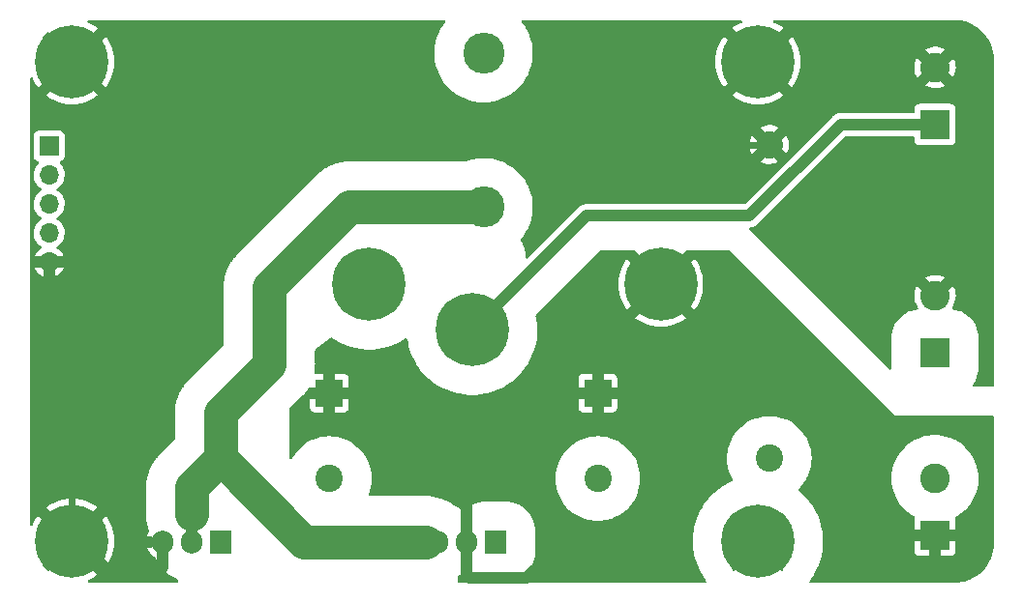
<source format=gbl>
%TF.GenerationSoftware,KiCad,Pcbnew,(6.0.6-1)-1*%
%TF.CreationDate,2022-07-07T18:25:44+02:00*%
%TF.ProjectId,beef_bridge,62656566-5f62-4726-9964-67652e6b6963,rev?*%
%TF.SameCoordinates,Original*%
%TF.FileFunction,Copper,L2,Bot*%
%TF.FilePolarity,Positive*%
%FSLAX46Y46*%
G04 Gerber Fmt 4.6, Leading zero omitted, Abs format (unit mm)*
G04 Created by KiCad (PCBNEW (6.0.6-1)-1) date 2022-07-07 18:25:44*
%MOMM*%
%LPD*%
G01*
G04 APERTURE LIST*
%TA.AperFunction,ComponentPad*%
%ADD10R,1.905000X2.000000*%
%TD*%
%TA.AperFunction,ComponentPad*%
%ADD11O,1.905000X2.000000*%
%TD*%
%TA.AperFunction,ComponentPad*%
%ADD12R,2.600000X2.600000*%
%TD*%
%TA.AperFunction,ComponentPad*%
%ADD13C,2.600000*%
%TD*%
%TA.AperFunction,ComponentPad*%
%ADD14C,0.800000*%
%TD*%
%TA.AperFunction,ComponentPad*%
%ADD15C,6.400000*%
%TD*%
%TA.AperFunction,ComponentPad*%
%ADD16R,1.700000X1.700000*%
%TD*%
%TA.AperFunction,ComponentPad*%
%ADD17O,1.700000X1.700000*%
%TD*%
%TA.AperFunction,ComponentPad*%
%ADD18C,2.400000*%
%TD*%
%TA.AperFunction,ComponentPad*%
%ADD19R,2.400000X2.400000*%
%TD*%
%TA.AperFunction,ComponentPad*%
%ADD20C,3.600000*%
%TD*%
%TA.AperFunction,ViaPad*%
%ADD21C,2.000000*%
%TD*%
%TA.AperFunction,ViaPad*%
%ADD22C,1.000000*%
%TD*%
%TA.AperFunction,Conductor*%
%ADD23C,1.000000*%
%TD*%
%TA.AperFunction,Conductor*%
%ADD24C,0.600000*%
%TD*%
%TA.AperFunction,Conductor*%
%ADD25C,3.000000*%
%TD*%
G04 APERTURE END LIST*
D10*
%TO.P,Q1,1,G*%
%TO.N,/HOR*%
X151785000Y-124310000D03*
D11*
%TO.P,Q1,2,C*%
%TO.N,/V_{power}*%
X149245000Y-124310000D03*
%TO.P,Q1,3,E*%
%TO.N,/unfiltered*%
X146705000Y-124310000D03*
%TD*%
D12*
%TO.P,J3,1,Pin_1*%
%TO.N,/out*%
X190245000Y-107755000D03*
D13*
%TO.P,J3,2,Pin_2*%
%TO.N,GND*%
X190245000Y-102755000D03*
%TD*%
D14*
%TO.P,H3,1,1*%
%TO.N,GND*%
X176442056Y-80557944D03*
X172345000Y-82255000D03*
X173047944Y-83952056D03*
D15*
X174745000Y-82255000D03*
D14*
X174745000Y-79855000D03*
X177145000Y-82255000D03*
X173047944Y-80557944D03*
X176442056Y-83952056D03*
X174745000Y-84655000D03*
%TD*%
D12*
%TO.P,J2,1,Pin_1*%
%TO.N,/V_{power}*%
X190245000Y-123755000D03*
D13*
%TO.P,J2,2,Pin_2*%
%TO.N,GND*%
X190245000Y-118755000D03*
%TD*%
D14*
%TO.P,H6,1,1*%
%TO.N,/V_{power}*%
X166245000Y-99355000D03*
X164547944Y-100057944D03*
X167942056Y-100057944D03*
X167942056Y-103452056D03*
X163845000Y-101755000D03*
X164547944Y-103452056D03*
D15*
X166245000Y-101755000D03*
D14*
X166245000Y-104155000D03*
X168645000Y-101755000D03*
%TD*%
D15*
%TO.P,H2,1,1*%
%TO.N,GND*%
X114745000Y-124255000D03*
D14*
X116442056Y-122557944D03*
X113047944Y-125952056D03*
X114745000Y-126655000D03*
X112345000Y-124255000D03*
X113047944Y-122557944D03*
X117145000Y-124255000D03*
X114745000Y-121855000D03*
X116442056Y-125952056D03*
%TD*%
D16*
%TO.P,J4,1,Pin_1*%
%TO.N,/V_{dd}*%
X112745000Y-89635000D03*
D17*
%TO.P,J4,2,Pin_2*%
%TO.N,/HIN*%
X112745000Y-92175000D03*
%TO.P,J4,3,Pin_3*%
%TO.N,/SHUTDOWN*%
X112745000Y-94715000D03*
%TO.P,J4,4,Pin_4*%
%TO.N,/LIN*%
X112745000Y-97255000D03*
%TO.P,J4,5,Pin_5*%
%TO.N,GND*%
X112745000Y-99795000D03*
%TD*%
D18*
%TO.P,C6,1*%
%TO.N,/out*%
X175745000Y-117005000D03*
%TO.P,C6,2*%
%TO.N,GND*%
X175745000Y-89505000D03*
%TD*%
D14*
%TO.P,H7,1,1*%
%TO.N,/V_{dd}*%
X139047944Y-100057944D03*
D15*
X140745000Y-101755000D03*
D14*
X138345000Y-101755000D03*
X143145000Y-101755000D03*
X140745000Y-99355000D03*
X142442056Y-103452056D03*
X142442056Y-100057944D03*
X139047944Y-103452056D03*
X140745000Y-104155000D03*
%TD*%
D19*
%TO.P,C2,1*%
%TO.N,/V_{power}*%
X160745000Y-111277220D03*
D18*
%TO.P,C2,2*%
%TO.N,GND*%
X160745000Y-118777220D03*
%TD*%
D20*
%TO.P,L1,1,1*%
%TO.N,/unfiltered*%
X150745000Y-95000000D03*
%TO.P,L1,2,2*%
%TO.N,/out*%
X150745000Y-81500000D03*
%TD*%
D14*
%TO.P,H4,1,1*%
%TO.N,GND*%
X173047944Y-122557944D03*
X173047944Y-125952056D03*
X172345000Y-124255000D03*
X174745000Y-121855000D03*
X174745000Y-126655000D03*
X177145000Y-124255000D03*
X176442056Y-125952056D03*
D15*
X174745000Y-124255000D03*
D14*
X176442056Y-122557944D03*
%TD*%
D10*
%TO.P,Q2,1,G*%
%TO.N,Net-(Q2-Pad1)*%
X127785000Y-124310000D03*
D11*
%TO.P,Q2,2,C*%
%TO.N,/unfiltered*%
X125245000Y-124310000D03*
%TO.P,Q2,3,E*%
%TO.N,GND*%
X122705000Y-124310000D03*
%TD*%
D14*
%TO.P,H1,1,1*%
%TO.N,GND*%
X116442056Y-83952056D03*
X113047944Y-83952056D03*
X117145000Y-82255000D03*
D15*
X114745000Y-82255000D03*
D14*
X113047944Y-80557944D03*
X114745000Y-84655000D03*
X116442056Y-80557944D03*
X114745000Y-79855000D03*
X112345000Y-82255000D03*
%TD*%
D19*
%TO.P,C3,1*%
%TO.N,/V_{power}*%
X137245000Y-111277220D03*
D18*
%TO.P,C3,2*%
%TO.N,GND*%
X137245000Y-118777220D03*
%TD*%
D12*
%TO.P,J1,1,Pin_1*%
%TO.N,/V_{drive}*%
X190245000Y-87755000D03*
D13*
%TO.P,J1,2,Pin_2*%
%TO.N,GND*%
X190245000Y-82755000D03*
%TD*%
D15*
%TO.P,H5,1,1*%
%TO.N,/V_{drive}*%
X149745000Y-105755000D03*
D14*
X148047944Y-104057944D03*
X151442056Y-104057944D03*
X151442056Y-107452056D03*
X147345000Y-105755000D03*
X148047944Y-107452056D03*
X152145000Y-105755000D03*
X149745000Y-103355000D03*
X149745000Y-108155000D03*
%TD*%
D21*
%TO.N,GND*%
X160250000Y-93000000D03*
X126500000Y-99000000D03*
X143750000Y-81500000D03*
X137250000Y-81500000D03*
X113500000Y-117500000D03*
X171250000Y-87750000D03*
X185500000Y-101250000D03*
X113250000Y-105500000D03*
X113500000Y-111750000D03*
X181000000Y-96750000D03*
X164750000Y-81250000D03*
X126500000Y-93500000D03*
X168000000Y-84500000D03*
X154500000Y-87750000D03*
X143750000Y-89250000D03*
X132500000Y-93500000D03*
X137250000Y-89250000D03*
D22*
%TO.N,/unfiltered*%
X132000000Y-109000000D03*
%TD*%
D23*
%TO.N,/V_{power}*%
X149245000Y-124310000D02*
X149245000Y-118245000D01*
X149245000Y-118245000D02*
X142277220Y-111277220D01*
X142277220Y-111277220D02*
X137245000Y-111277220D01*
X156000000Y-126000000D02*
X156000000Y-114000000D01*
X154500000Y-127500000D02*
X156000000Y-126000000D01*
X149500000Y-127500000D02*
X154500000Y-127500000D01*
X149245000Y-127245000D02*
X149500000Y-127500000D01*
X156000000Y-114000000D02*
X158722780Y-111277220D01*
X158722780Y-111277220D02*
X160745000Y-111277220D01*
%TO.N,GND*%
X122705000Y-124310000D02*
X122705000Y-126545000D01*
X117750000Y-126750000D02*
X115255000Y-124255000D01*
X122705000Y-126545000D02*
X122500000Y-126750000D01*
X122500000Y-126750000D02*
X117750000Y-126750000D01*
X115255000Y-124255000D02*
X114745000Y-124255000D01*
D24*
X173005000Y-89505000D02*
X171250000Y-87750000D01*
X113500000Y-111750000D02*
X113500000Y-105750000D01*
X113500000Y-105750000D02*
X113250000Y-105500000D01*
X175745000Y-89505000D02*
X173005000Y-89505000D01*
X114745000Y-118745000D02*
X113500000Y-117500000D01*
X190245000Y-102755000D02*
X188740000Y-101250000D01*
X168000000Y-84500000D02*
X164750000Y-81250000D01*
X114745000Y-124255000D02*
X114745000Y-118745000D01*
X188740000Y-101250000D02*
X185500000Y-101250000D01*
D23*
%TO.N,/V_{power}*%
X149245000Y-124310000D02*
X149245000Y-127245000D01*
D25*
%TO.N,/unfiltered*%
X127750000Y-117000000D02*
X135060000Y-124310000D01*
D23*
X125245000Y-121897500D02*
X125887500Y-121255000D01*
D25*
X139000000Y-95000000D02*
X150745000Y-95000000D01*
D23*
X125245000Y-124310000D02*
X125245000Y-121897500D01*
D25*
X125245000Y-119505000D02*
X127750000Y-117000000D01*
X132005000Y-108745000D02*
X132005000Y-101995000D01*
X127750000Y-113000000D02*
X132005000Y-108745000D01*
X125245000Y-121897500D02*
X125245000Y-119505000D01*
X132005000Y-101995000D02*
X139000000Y-95000000D01*
X127750000Y-117000000D02*
X127750000Y-113000000D01*
X135060000Y-124310000D02*
X145690000Y-124310000D01*
D23*
%TO.N,/V_{drive}*%
X182000000Y-87750000D02*
X174000000Y-95750000D01*
X159750000Y-95750000D02*
X149745000Y-105755000D01*
X190240000Y-87750000D02*
X182000000Y-87750000D01*
X174000000Y-95750000D02*
X159750000Y-95750000D01*
X190245000Y-87755000D02*
X190240000Y-87750000D01*
%TD*%
%TA.AperFunction,Conductor*%
%TO.N,GND*%
G36*
X147366532Y-78611929D02*
G01*
X147413025Y-78665585D01*
X147423129Y-78735859D01*
X147399172Y-78793579D01*
X147184106Y-79080019D01*
X146972169Y-79425869D01*
X146793720Y-79790129D01*
X146792673Y-79792899D01*
X146792672Y-79792902D01*
X146651391Y-80166790D01*
X146651387Y-80166801D01*
X146650343Y-80169565D01*
X146649562Y-80172419D01*
X146649559Y-80172429D01*
X146544097Y-80557933D01*
X146543310Y-80560811D01*
X146473572Y-80960393D01*
X146473340Y-80963341D01*
X146446861Y-81299789D01*
X146441747Y-81364765D01*
X146448119Y-81770337D01*
X146448446Y-81773296D01*
X146448446Y-81773301D01*
X146487401Y-82126152D01*
X146492629Y-82173509D01*
X146493231Y-82176417D01*
X146493232Y-82176422D01*
X146546911Y-82435625D01*
X146574884Y-82570704D01*
X146575757Y-82573540D01*
X146575757Y-82573542D01*
X146635523Y-82767812D01*
X146694154Y-82958394D01*
X146849378Y-83333140D01*
X147039181Y-83691615D01*
X147040806Y-83694089D01*
X147040812Y-83694099D01*
X147251800Y-84015297D01*
X147261877Y-84030637D01*
X147328914Y-84114313D01*
X147497454Y-84324685D01*
X147515489Y-84347197D01*
X147797767Y-84638485D01*
X148106204Y-84901915D01*
X148438064Y-85135150D01*
X148563913Y-85206933D01*
X148787824Y-85334650D01*
X148787829Y-85334653D01*
X148790400Y-85336119D01*
X149160085Y-85503038D01*
X149543838Y-85634426D01*
X149546712Y-85635116D01*
X149546719Y-85635118D01*
X149825538Y-85702056D01*
X149938253Y-85729117D01*
X149941185Y-85729534D01*
X149941194Y-85729536D01*
X150336890Y-85785852D01*
X150336893Y-85785852D01*
X150339828Y-85786270D01*
X150342793Y-85786410D01*
X150342795Y-85786410D01*
X150742031Y-85805237D01*
X150745000Y-85805377D01*
X150747969Y-85805237D01*
X151147205Y-85786410D01*
X151147207Y-85786410D01*
X151150172Y-85786270D01*
X151153107Y-85785852D01*
X151153110Y-85785852D01*
X151548806Y-85729536D01*
X151548815Y-85729534D01*
X151551747Y-85729117D01*
X151664462Y-85702056D01*
X151943281Y-85635118D01*
X151943288Y-85635116D01*
X151946162Y-85634426D01*
X152329915Y-85503038D01*
X152699600Y-85336119D01*
X152702171Y-85334653D01*
X152702176Y-85334650D01*
X152924125Y-85208052D01*
X172504990Y-85208052D01*
X172512447Y-85218419D01*
X172559935Y-85256874D01*
X172565272Y-85260751D01*
X172885685Y-85468830D01*
X172891394Y-85472127D01*
X173231811Y-85645578D01*
X173237836Y-85648260D01*
X173594502Y-85785171D01*
X173600784Y-85787212D01*
X173969816Y-85886094D01*
X173976266Y-85887465D01*
X174353629Y-85947234D01*
X174360167Y-85947920D01*
X174741699Y-85967916D01*
X174748301Y-85967916D01*
X175129833Y-85947920D01*
X175136371Y-85947234D01*
X175513734Y-85887465D01*
X175520184Y-85886094D01*
X175889216Y-85787212D01*
X175895498Y-85785171D01*
X176252164Y-85648260D01*
X176258189Y-85645578D01*
X176598606Y-85472127D01*
X176604315Y-85468830D01*
X176924728Y-85260751D01*
X176930065Y-85256874D01*
X176976603Y-85219188D01*
X176985069Y-85206933D01*
X176978735Y-85195842D01*
X174757812Y-82974919D01*
X174743868Y-82967305D01*
X174742035Y-82967436D01*
X174735420Y-82971687D01*
X172512131Y-85194976D01*
X172504990Y-85208052D01*
X152924125Y-85208052D01*
X152926087Y-85206933D01*
X153051936Y-85135150D01*
X153383796Y-84901915D01*
X153692233Y-84638485D01*
X153974511Y-84347197D01*
X153992547Y-84324685D01*
X154161086Y-84114313D01*
X154228123Y-84030637D01*
X154238200Y-84015297D01*
X154449188Y-83694099D01*
X154449194Y-83694089D01*
X154450819Y-83691615D01*
X154640622Y-83333140D01*
X154795846Y-82958394D01*
X154854477Y-82767812D01*
X154914243Y-82573542D01*
X154914243Y-82573540D01*
X154915116Y-82570704D01*
X154943090Y-82435625D01*
X154979812Y-82258301D01*
X171032084Y-82258301D01*
X171052080Y-82639833D01*
X171052766Y-82646371D01*
X171112535Y-83023734D01*
X171113906Y-83030184D01*
X171212788Y-83399216D01*
X171214829Y-83405498D01*
X171351740Y-83762164D01*
X171354422Y-83768189D01*
X171527872Y-84108603D01*
X171531169Y-84114313D01*
X171739253Y-84434735D01*
X171743123Y-84440061D01*
X171780812Y-84486603D01*
X171793067Y-84495069D01*
X171804158Y-84488735D01*
X174025081Y-82267812D01*
X174031459Y-82256132D01*
X175457305Y-82256132D01*
X175457436Y-82257965D01*
X175461687Y-82264580D01*
X177684976Y-84487869D01*
X177698052Y-84495010D01*
X177708419Y-84487553D01*
X177746877Y-84440061D01*
X177750747Y-84434735D01*
X177814174Y-84337065D01*
X189375662Y-84337065D01*
X189380128Y-84343031D01*
X189517905Y-84415519D01*
X189526454Y-84419236D01*
X189771327Y-84504749D01*
X189780336Y-84507163D01*
X190035166Y-84555544D01*
X190044423Y-84556598D01*
X190303607Y-84566783D01*
X190312921Y-84566457D01*
X190570753Y-84538220D01*
X190579930Y-84536519D01*
X190830758Y-84470481D01*
X190839574Y-84467445D01*
X191077888Y-84365058D01*
X191086156Y-84360754D01*
X191106267Y-84348309D01*
X191115681Y-84337812D01*
X191111794Y-84328901D01*
X190257812Y-83474919D01*
X190243868Y-83467305D01*
X190242035Y-83467436D01*
X190235420Y-83471687D01*
X189382422Y-84324685D01*
X189375662Y-84337065D01*
X177814174Y-84337065D01*
X177958831Y-84114313D01*
X177962128Y-84108603D01*
X178135578Y-83768189D01*
X178138260Y-83762164D01*
X178275171Y-83405498D01*
X178277212Y-83399216D01*
X178376094Y-83030184D01*
X178377465Y-83023734D01*
X178426806Y-82712211D01*
X188432775Y-82712211D01*
X188445220Y-82971288D01*
X188446356Y-82980543D01*
X188496961Y-83234945D01*
X188499449Y-83243917D01*
X188587095Y-83488033D01*
X188590895Y-83496568D01*
X188654121Y-83614238D01*
X188664026Y-83624277D01*
X188671258Y-83621635D01*
X189525081Y-82767812D01*
X189531459Y-82756132D01*
X190957305Y-82756132D01*
X190957436Y-82757965D01*
X190961687Y-82764580D01*
X191817275Y-83620168D01*
X191829655Y-83626928D01*
X191837426Y-83621111D01*
X191840279Y-83615855D01*
X191946807Y-83379370D01*
X191949997Y-83370605D01*
X192020402Y-83120972D01*
X192022262Y-83111830D01*
X192055187Y-82853019D01*
X192055668Y-82846733D01*
X192057987Y-82758160D01*
X192057836Y-82751851D01*
X192038501Y-82491663D01*
X192037125Y-82482457D01*
X191979878Y-82229467D01*
X191977154Y-82220556D01*
X191883145Y-81978811D01*
X191879131Y-81970395D01*
X191836325Y-81895502D01*
X191826160Y-81885725D01*
X191818259Y-81888848D01*
X190964919Y-82742188D01*
X190957305Y-82756132D01*
X189531459Y-82756132D01*
X189532695Y-82753868D01*
X189532564Y-82752035D01*
X189528313Y-82745420D01*
X188674543Y-81891650D01*
X188662163Y-81884890D01*
X188654642Y-81890520D01*
X188631971Y-81927882D01*
X188627733Y-81936199D01*
X188527432Y-82175389D01*
X188524471Y-82184239D01*
X188460628Y-82435625D01*
X188459006Y-82444822D01*
X188433020Y-82702885D01*
X188432775Y-82712211D01*
X178426806Y-82712211D01*
X178437234Y-82646371D01*
X178437920Y-82639833D01*
X178457916Y-82258301D01*
X178457916Y-82251699D01*
X178437920Y-81870167D01*
X178437234Y-81863629D01*
X178377465Y-81486266D01*
X178376094Y-81479816D01*
X178293301Y-81170829D01*
X189372076Y-81170829D01*
X189373829Y-81176722D01*
X190232188Y-82035081D01*
X190246132Y-82042695D01*
X190247965Y-82042564D01*
X190254580Y-82038313D01*
X191108781Y-81184112D01*
X191115541Y-81171732D01*
X191111487Y-81166316D01*
X190928376Y-81076016D01*
X190919743Y-81072528D01*
X190672703Y-80993450D01*
X190663643Y-80991274D01*
X190407630Y-80949580D01*
X190398343Y-80948768D01*
X190138992Y-80945373D01*
X190129681Y-80945943D01*
X189872682Y-80980919D01*
X189863546Y-80982860D01*
X189614543Y-81055439D01*
X189605800Y-81058707D01*
X189382700Y-81161557D01*
X189372076Y-81170829D01*
X178293301Y-81170829D01*
X178277212Y-81110784D01*
X178275171Y-81104502D01*
X178138260Y-80747836D01*
X178135578Y-80741811D01*
X177962128Y-80401397D01*
X177958831Y-80395687D01*
X177750747Y-80075265D01*
X177746877Y-80069939D01*
X177709188Y-80023397D01*
X177696933Y-80014931D01*
X177685842Y-80021265D01*
X175464919Y-82242188D01*
X175457305Y-82256132D01*
X174031459Y-82256132D01*
X174032695Y-82253868D01*
X174032564Y-82252035D01*
X174028313Y-82245420D01*
X171805024Y-80022131D01*
X171791948Y-80014990D01*
X171781581Y-80022447D01*
X171743123Y-80069939D01*
X171739253Y-80075265D01*
X171531169Y-80395687D01*
X171527872Y-80401397D01*
X171354422Y-80741811D01*
X171351740Y-80747836D01*
X171214829Y-81104502D01*
X171212788Y-81110784D01*
X171113906Y-81479816D01*
X171112535Y-81486266D01*
X171052766Y-81863629D01*
X171052080Y-81870167D01*
X171032084Y-82251699D01*
X171032084Y-82258301D01*
X154979812Y-82258301D01*
X154996768Y-82176422D01*
X154996769Y-82176417D01*
X154997371Y-82173509D01*
X154997698Y-82170551D01*
X155041610Y-81772796D01*
X155041611Y-81772784D01*
X155041881Y-81770337D01*
X155042990Y-81735071D01*
X155050299Y-81502468D01*
X155050377Y-81500000D01*
X155034222Y-81157419D01*
X155031410Y-81097795D01*
X155031410Y-81097793D01*
X155031270Y-81094828D01*
X155028593Y-81076016D01*
X154974536Y-80696194D01*
X154974534Y-80696185D01*
X154974117Y-80693253D01*
X154911449Y-80432223D01*
X154880118Y-80301719D01*
X154880116Y-80301712D01*
X154879426Y-80298838D01*
X154748038Y-79915085D01*
X154581119Y-79545400D01*
X154552365Y-79494988D01*
X154436343Y-79291581D01*
X154380150Y-79193064D01*
X154146915Y-78861204D01*
X154094433Y-78799755D01*
X154065403Y-78734968D01*
X154076008Y-78664768D01*
X154122883Y-78611446D01*
X154190245Y-78591927D01*
X173260888Y-78591927D01*
X173329009Y-78611929D01*
X173375502Y-78665585D01*
X173385606Y-78735859D01*
X173356112Y-78800439D01*
X173306042Y-78835558D01*
X173237836Y-78861740D01*
X173231811Y-78864422D01*
X172891397Y-79037872D01*
X172885687Y-79041169D01*
X172565265Y-79249253D01*
X172559939Y-79253123D01*
X172513397Y-79290812D01*
X172504931Y-79303067D01*
X172511265Y-79314158D01*
X174732188Y-81535081D01*
X174746132Y-81542695D01*
X174747965Y-81542564D01*
X174754580Y-81538313D01*
X176977869Y-79315024D01*
X176985010Y-79301948D01*
X176977553Y-79291581D01*
X176930065Y-79253126D01*
X176924728Y-79249249D01*
X176604315Y-79041170D01*
X176598606Y-79037873D01*
X176258189Y-78864422D01*
X176252164Y-78861740D01*
X176183958Y-78835558D01*
X176127530Y-78792472D01*
X176103353Y-78725719D01*
X176119104Y-78656492D01*
X176169782Y-78606770D01*
X176229112Y-78591927D01*
X191867209Y-78591927D01*
X191886594Y-78593427D01*
X191901427Y-78595737D01*
X191901431Y-78595737D01*
X191910300Y-78597118D01*
X191929655Y-78594587D01*
X191952170Y-78593675D01*
X192252631Y-78608434D01*
X192264918Y-78609644D01*
X192591615Y-78658103D01*
X192603733Y-78660513D01*
X192761725Y-78700088D01*
X192924098Y-78740759D01*
X192935931Y-78744348D01*
X193246890Y-78855610D01*
X193258313Y-78860342D01*
X193556871Y-79001548D01*
X193567758Y-79007367D01*
X193851049Y-79177163D01*
X193861325Y-79184030D01*
X194126598Y-79380769D01*
X194136137Y-79388596D01*
X194380863Y-79610404D01*
X194389596Y-79619137D01*
X194611404Y-79863863D01*
X194619231Y-79873402D01*
X194764992Y-80069939D01*
X194815970Y-80138675D01*
X194822837Y-80148951D01*
X194992633Y-80432242D01*
X194998452Y-80443129D01*
X195139658Y-80741687D01*
X195144390Y-80753110D01*
X195255652Y-81064069D01*
X195259241Y-81075902D01*
X195339486Y-81396264D01*
X195341897Y-81408385D01*
X195390356Y-81735082D01*
X195391566Y-81747371D01*
X195392815Y-81772796D01*
X195405962Y-82040454D01*
X195404614Y-82066016D01*
X195404263Y-82068269D01*
X195404263Y-82068280D01*
X195402882Y-82077148D01*
X195404046Y-82086051D01*
X195404046Y-82086056D01*
X195407009Y-82108718D01*
X195408073Y-82125054D01*
X195408073Y-110623500D01*
X195388071Y-110691621D01*
X195334415Y-110738114D01*
X195282073Y-110749500D01*
X193652378Y-110749500D01*
X193584257Y-110729498D01*
X193537764Y-110675842D01*
X193527660Y-110605568D01*
X193552818Y-110546274D01*
X193614771Y-110466405D01*
X193614773Y-110466402D01*
X193617204Y-110463268D01*
X193777367Y-110192448D01*
X193902324Y-109903689D01*
X193990105Y-109601546D01*
X194039325Y-109290783D01*
X194040098Y-109274398D01*
X194045430Y-109161329D01*
X194045430Y-109161320D01*
X194045500Y-109159840D01*
X194045500Y-106350160D01*
X194039325Y-106219217D01*
X193990105Y-105908454D01*
X193902324Y-105606311D01*
X193777367Y-105317552D01*
X193617204Y-105046732D01*
X193424361Y-104798120D01*
X193201880Y-104575639D01*
X192953268Y-104382796D01*
X192871603Y-104334499D01*
X192685865Y-104224654D01*
X192682448Y-104222633D01*
X192678812Y-104221060D01*
X192678809Y-104221058D01*
X192500213Y-104143773D01*
X192393689Y-104097676D01*
X192389893Y-104096573D01*
X192389887Y-104096571D01*
X192095346Y-104010999D01*
X192091546Y-104009895D01*
X192087645Y-104009277D01*
X192087640Y-104009276D01*
X191941594Y-103986145D01*
X191824957Y-103967671D01*
X191760805Y-103937260D01*
X191723278Y-103876992D01*
X191724292Y-103806002D01*
X191738698Y-103775060D01*
X191835832Y-103624048D01*
X191840275Y-103615864D01*
X191946807Y-103379370D01*
X191949997Y-103370605D01*
X192020402Y-103120972D01*
X192022262Y-103111830D01*
X192055187Y-102853019D01*
X192055668Y-102846733D01*
X192057987Y-102758160D01*
X192057836Y-102751851D01*
X192038501Y-102491663D01*
X192037125Y-102482457D01*
X191979878Y-102229467D01*
X191977154Y-102220556D01*
X191883145Y-101978811D01*
X191879131Y-101970395D01*
X191836325Y-101895502D01*
X191826160Y-101885725D01*
X191818259Y-101888848D01*
X190334095Y-103373012D01*
X190271783Y-103407038D01*
X190200968Y-103401973D01*
X190155905Y-103373012D01*
X188674543Y-101891650D01*
X188662163Y-101884890D01*
X188654642Y-101890520D01*
X188631971Y-101927882D01*
X188627733Y-101936199D01*
X188527432Y-102175389D01*
X188524471Y-102184239D01*
X188460628Y-102435625D01*
X188459006Y-102444822D01*
X188433020Y-102702885D01*
X188432775Y-102712211D01*
X188445220Y-102971288D01*
X188446356Y-102980543D01*
X188496961Y-103234945D01*
X188499449Y-103243917D01*
X188587095Y-103488033D01*
X188590895Y-103496568D01*
X188713658Y-103725042D01*
X188718668Y-103732906D01*
X188744913Y-103768053D01*
X188769644Y-103834603D01*
X188754469Y-103903959D01*
X188704207Y-103954101D01*
X188663667Y-103967889D01*
X188579337Y-103981246D01*
X188402360Y-104009276D01*
X188402355Y-104009277D01*
X188398454Y-104009895D01*
X188394654Y-104010999D01*
X188100113Y-104096571D01*
X188100107Y-104096573D01*
X188096311Y-104097676D01*
X187989787Y-104143773D01*
X187811191Y-104221058D01*
X187811188Y-104221060D01*
X187807552Y-104222633D01*
X187804135Y-104224654D01*
X187618398Y-104334499D01*
X187536732Y-104382796D01*
X187288120Y-104575639D01*
X187065639Y-104798120D01*
X186872796Y-105046732D01*
X186712633Y-105317552D01*
X186587676Y-105606311D01*
X186499895Y-105908454D01*
X186450675Y-106219217D01*
X186444500Y-106350160D01*
X186444500Y-109106998D01*
X186424498Y-109175119D01*
X186370842Y-109221612D01*
X186300568Y-109231716D01*
X186235988Y-109202222D01*
X186229405Y-109196093D01*
X178204141Y-101170829D01*
X189372076Y-101170829D01*
X189373829Y-101176722D01*
X190232188Y-102035081D01*
X190246132Y-102042695D01*
X190247965Y-102042564D01*
X190254580Y-102038313D01*
X191108781Y-101184112D01*
X191115541Y-101171732D01*
X191111487Y-101166316D01*
X190928376Y-101076016D01*
X190919743Y-101072528D01*
X190672703Y-100993450D01*
X190663643Y-100991274D01*
X190407630Y-100949580D01*
X190398343Y-100948768D01*
X190138992Y-100945373D01*
X190129681Y-100945943D01*
X189872682Y-100980919D01*
X189863546Y-100982860D01*
X189614543Y-101055439D01*
X189605800Y-101058707D01*
X189382700Y-101161557D01*
X189372076Y-101170829D01*
X178204141Y-101170829D01*
X174049061Y-97015749D01*
X174003797Y-96975089D01*
X173966488Y-96914689D01*
X173967756Y-96843704D01*
X174007201Y-96784673D01*
X174075707Y-96755957D01*
X174092509Y-96754310D01*
X174093819Y-96754188D01*
X174138084Y-96750315D01*
X174186413Y-96746087D01*
X174191532Y-96744600D01*
X174196833Y-96744080D01*
X174285834Y-96717209D01*
X174286967Y-96716874D01*
X174370414Y-96692630D01*
X174370418Y-96692628D01*
X174376336Y-96690909D01*
X174381068Y-96688456D01*
X174386169Y-96686916D01*
X174391612Y-96684022D01*
X174468260Y-96643269D01*
X174469426Y-96642657D01*
X174546453Y-96602729D01*
X174551926Y-96599892D01*
X174556089Y-96596569D01*
X174560796Y-96594066D01*
X174632918Y-96535245D01*
X174633774Y-96534554D01*
X174672973Y-96503262D01*
X174675477Y-96500758D01*
X174676195Y-96500116D01*
X174680528Y-96496415D01*
X174714062Y-96469065D01*
X174743288Y-96433737D01*
X174751277Y-96424958D01*
X182380830Y-88795405D01*
X182443142Y-88761379D01*
X182469925Y-88758500D01*
X188310500Y-88758500D01*
X188378621Y-88778502D01*
X188425114Y-88832158D01*
X188436500Y-88884500D01*
X188436500Y-89103134D01*
X188443255Y-89165316D01*
X188494385Y-89301705D01*
X188581739Y-89418261D01*
X188698295Y-89505615D01*
X188834684Y-89556745D01*
X188896866Y-89563500D01*
X191593134Y-89563500D01*
X191655316Y-89556745D01*
X191791705Y-89505615D01*
X191908261Y-89418261D01*
X191995615Y-89301705D01*
X192046745Y-89165316D01*
X192053500Y-89103134D01*
X192053500Y-86406866D01*
X192046745Y-86344684D01*
X191995615Y-86208295D01*
X191908261Y-86091739D01*
X191791705Y-86004385D01*
X191655316Y-85953255D01*
X191593134Y-85946500D01*
X188896866Y-85946500D01*
X188834684Y-85953255D01*
X188698295Y-86004385D01*
X188581739Y-86091739D01*
X188494385Y-86208295D01*
X188443255Y-86344684D01*
X188436500Y-86406866D01*
X188436500Y-86615500D01*
X188416498Y-86683621D01*
X188362842Y-86730114D01*
X188310500Y-86741500D01*
X182061840Y-86741500D01*
X182048232Y-86740763D01*
X182016736Y-86737341D01*
X182016732Y-86737341D01*
X182010611Y-86736676D01*
X181992611Y-86738251D01*
X181960609Y-86741050D01*
X181955784Y-86741379D01*
X181953313Y-86741500D01*
X181950231Y-86741500D01*
X181927763Y-86743703D01*
X181907489Y-86745691D01*
X181906174Y-86745813D01*
X181873913Y-86748636D01*
X181813587Y-86753913D01*
X181808468Y-86755400D01*
X181803167Y-86755920D01*
X181714133Y-86782801D01*
X181713000Y-86783136D01*
X181629578Y-86807373D01*
X181629574Y-86807375D01*
X181623663Y-86809092D01*
X181618934Y-86811543D01*
X181613831Y-86813084D01*
X181531669Y-86856770D01*
X181530627Y-86857317D01*
X181448074Y-86900108D01*
X181443911Y-86903431D01*
X181439204Y-86905934D01*
X181434430Y-86909828D01*
X181434428Y-86909829D01*
X181367105Y-86964737D01*
X181366160Y-86965500D01*
X181327027Y-86996739D01*
X181324536Y-86999230D01*
X181323809Y-86999880D01*
X181319463Y-87003592D01*
X181300588Y-87018987D01*
X181285938Y-87030935D01*
X181282015Y-87035677D01*
X181282013Y-87035679D01*
X181256703Y-87066273D01*
X181248713Y-87075053D01*
X173619171Y-94704595D01*
X173556859Y-94738621D01*
X173530076Y-94741500D01*
X159811850Y-94741500D01*
X159798242Y-94740763D01*
X159797662Y-94740700D01*
X159760612Y-94736675D01*
X159710570Y-94741053D01*
X159705788Y-94741379D01*
X159703310Y-94741500D01*
X159700231Y-94741500D01*
X159697177Y-94741799D01*
X159697166Y-94741800D01*
X159657529Y-94745687D01*
X159656215Y-94745809D01*
X159620688Y-94748917D01*
X159563587Y-94753913D01*
X159558468Y-94755400D01*
X159553167Y-94755920D01*
X159464166Y-94782791D01*
X159463033Y-94783126D01*
X159379586Y-94807370D01*
X159379582Y-94807372D01*
X159373664Y-94809091D01*
X159368932Y-94811544D01*
X159363831Y-94813084D01*
X159358388Y-94815978D01*
X159281740Y-94856731D01*
X159280574Y-94857343D01*
X159203547Y-94897271D01*
X159198074Y-94900108D01*
X159193911Y-94903431D01*
X159189204Y-94905934D01*
X159184429Y-94909828D01*
X159184428Y-94909829D01*
X159117102Y-94964739D01*
X159116075Y-94965567D01*
X159079792Y-94994531D01*
X159079787Y-94994536D01*
X159077028Y-94996738D01*
X159074527Y-94999239D01*
X159073809Y-94999881D01*
X159069461Y-95003594D01*
X159035938Y-95030935D01*
X159032015Y-95035677D01*
X159032013Y-95035679D01*
X159006703Y-95066273D01*
X158998713Y-95075053D01*
X154614209Y-99459557D01*
X154551897Y-99493583D01*
X154481082Y-99488518D01*
X154424246Y-99445971D01*
X154399435Y-99379451D01*
X154399351Y-99362731D01*
X154399616Y-99358419D01*
X154403801Y-99290346D01*
X154394031Y-99138515D01*
X154383849Y-98980298D01*
X154383849Y-98980297D01*
X154383595Y-98976352D01*
X154380405Y-98959757D01*
X154324943Y-98671261D01*
X154324941Y-98671255D01*
X154324194Y-98667367D01*
X154316903Y-98645036D01*
X154227151Y-98370148D01*
X154227145Y-98370133D01*
X154226535Y-98368263D01*
X154200305Y-98302290D01*
X154199873Y-98301303D01*
X154132669Y-98147812D01*
X154132666Y-98147807D01*
X154131448Y-98145024D01*
X154127795Y-98138489D01*
X154010275Y-97928289D01*
X153994491Y-97859069D01*
X154021920Y-97788022D01*
X154226256Y-97532968D01*
X154226261Y-97532962D01*
X154228123Y-97530637D01*
X154363262Y-97324908D01*
X154449188Y-97194099D01*
X154449194Y-97194089D01*
X154450819Y-97191615D01*
X154640622Y-96833140D01*
X154795846Y-96458394D01*
X154806132Y-96424958D01*
X154914243Y-96073542D01*
X154914243Y-96073540D01*
X154915116Y-96070704D01*
X154930099Y-95998357D01*
X154996768Y-95676422D01*
X154996769Y-95676417D01*
X154997371Y-95673509D01*
X154997698Y-95670551D01*
X155041610Y-95272796D01*
X155041611Y-95272784D01*
X155041881Y-95270337D01*
X155043418Y-95221453D01*
X155048018Y-95075053D01*
X155050377Y-95000000D01*
X155031270Y-94594828D01*
X155016687Y-94492361D01*
X154974536Y-94196194D01*
X154974534Y-94196185D01*
X154974117Y-94193253D01*
X154893423Y-93857138D01*
X154880118Y-93801719D01*
X154880116Y-93801712D01*
X154879426Y-93798838D01*
X154748038Y-93415085D01*
X154581119Y-93045400D01*
X154546092Y-92983990D01*
X154381615Y-92695633D01*
X154380150Y-92693064D01*
X154146915Y-92361204D01*
X154059948Y-92259378D01*
X153885410Y-92055021D01*
X153883485Y-92052767D01*
X153592197Y-91770489D01*
X153275637Y-91516877D01*
X153217305Y-91478560D01*
X152939099Y-91295812D01*
X152939089Y-91295806D01*
X152936615Y-91294181D01*
X152578140Y-91104378D01*
X152357581Y-91013020D01*
X174949707Y-91013020D01*
X174954173Y-91018986D01*
X175057892Y-91073555D01*
X175066441Y-91077272D01*
X175297282Y-91157885D01*
X175306291Y-91160299D01*
X175546518Y-91205908D01*
X175555775Y-91206962D01*
X175800107Y-91216563D01*
X175809420Y-91216237D01*
X176052478Y-91189618D01*
X176061655Y-91187917D01*
X176298107Y-91125665D01*
X176306926Y-91122628D01*
X176531582Y-91026108D01*
X176534648Y-91024512D01*
X176543033Y-91015163D01*
X176539146Y-91006253D01*
X175757812Y-90224919D01*
X175743868Y-90217305D01*
X175742035Y-90217436D01*
X175735420Y-90221687D01*
X174956467Y-91000640D01*
X174949707Y-91013020D01*
X152357581Y-91013020D01*
X152203394Y-90949154D01*
X152064392Y-90906391D01*
X151818542Y-90830757D01*
X151818540Y-90830757D01*
X151815704Y-90829884D01*
X151812801Y-90829283D01*
X151812794Y-90829281D01*
X151421422Y-90748232D01*
X151421417Y-90748231D01*
X151418509Y-90747629D01*
X151415560Y-90747303D01*
X151415551Y-90747302D01*
X151018301Y-90703446D01*
X151018296Y-90703446D01*
X151015337Y-90703119D01*
X151012353Y-90703072D01*
X151012351Y-90703072D01*
X150924371Y-90701690D01*
X150609765Y-90696747D01*
X150606821Y-90696979D01*
X150606811Y-90696979D01*
X150219744Y-90727443D01*
X150205393Y-90728572D01*
X149805811Y-90798310D01*
X149802940Y-90799096D01*
X149802933Y-90799097D01*
X149417429Y-90904559D01*
X149417419Y-90904562D01*
X149414565Y-90905343D01*
X149411801Y-90906387D01*
X149411790Y-90906391D01*
X149186912Y-90991366D01*
X149142374Y-90999500D01*
X139039175Y-90999500D01*
X139036866Y-90999479D01*
X138874185Y-90996497D01*
X138823251Y-91000640D01*
X138740289Y-91007388D01*
X138736339Y-91007647D01*
X138685053Y-91010200D01*
X138602177Y-91014326D01*
X138599084Y-91014791D01*
X138599074Y-91014792D01*
X138544155Y-91023049D01*
X138535647Y-91024034D01*
X138510143Y-91026108D01*
X138480310Y-91028534D01*
X138480302Y-91028535D01*
X138477180Y-91028789D01*
X138474098Y-91029352D01*
X138474097Y-91029352D01*
X138345054Y-91052920D01*
X138341148Y-91053570D01*
X138211386Y-91073078D01*
X138211381Y-91073079D01*
X138208288Y-91073544D01*
X138205261Y-91074313D01*
X138205250Y-91074315D01*
X138151416Y-91087988D01*
X138143036Y-91089815D01*
X138085345Y-91100351D01*
X138025686Y-91117514D01*
X137956250Y-91137490D01*
X137952429Y-91138524D01*
X137825271Y-91170818D01*
X137825268Y-91170819D01*
X137822228Y-91171591D01*
X137819281Y-91172661D01*
X137819280Y-91172661D01*
X137767090Y-91191605D01*
X137758935Y-91194255D01*
X137702555Y-91210475D01*
X137699661Y-91211630D01*
X137699654Y-91211632D01*
X137687295Y-91216563D01*
X137577756Y-91260265D01*
X137574090Y-91261661D01*
X137447814Y-91307497D01*
X137435519Y-91313401D01*
X137394936Y-91332888D01*
X137387087Y-91336333D01*
X137335504Y-91356913D01*
X137335491Y-91356919D01*
X137332596Y-91358074D01*
X137329832Y-91359510D01*
X137329825Y-91359513D01*
X137213364Y-91420010D01*
X137209824Y-91421779D01*
X137088751Y-91479917D01*
X137086081Y-91481544D01*
X137086071Y-91481549D01*
X137038656Y-91510435D01*
X137031213Y-91514630D01*
X136979125Y-91541687D01*
X136976497Y-91543403D01*
X136976496Y-91543404D01*
X136866657Y-91615144D01*
X136863309Y-91617257D01*
X136748587Y-91687146D01*
X136746084Y-91689036D01*
X136746076Y-91689041D01*
X136701767Y-91722491D01*
X136694758Y-91727417D01*
X136645639Y-91759499D01*
X136541019Y-91843766D01*
X136537897Y-91846200D01*
X136433185Y-91925250D01*
X136430687Y-91927136D01*
X136428397Y-91929253D01*
X136387613Y-91966953D01*
X136381122Y-91972555D01*
X136337372Y-92007794D01*
X136337357Y-92007807D01*
X136335434Y-92009356D01*
X136293437Y-92049001D01*
X136228973Y-92113465D01*
X136225408Y-92116894D01*
X136138195Y-92197513D01*
X136088246Y-92253871D01*
X136083060Y-92259378D01*
X129203923Y-99138515D01*
X129202277Y-99140132D01*
X129085131Y-99253061D01*
X128998104Y-99355499D01*
X128995560Y-99358398D01*
X128937044Y-99423046D01*
X128916294Y-99445971D01*
X128905400Y-99458006D01*
X128882864Y-99488518D01*
X128870549Y-99505191D01*
X128865221Y-99511912D01*
X128829276Y-99554222D01*
X128827240Y-99556619D01*
X128750843Y-99667155D01*
X128748579Y-99670323D01*
X128668751Y-99778401D01*
X128667145Y-99781101D01*
X128667140Y-99781108D01*
X128638748Y-99828831D01*
X128634116Y-99836046D01*
X128600773Y-99884290D01*
X128599252Y-99887040D01*
X128535760Y-100001817D01*
X128533790Y-100005249D01*
X128466704Y-100118012D01*
X128465095Y-100120717D01*
X128442263Y-100169568D01*
X128440259Y-100173857D01*
X128436366Y-100181498D01*
X128407969Y-100232833D01*
X128406736Y-100235702D01*
X128406731Y-100235713D01*
X128354928Y-100356289D01*
X128353308Y-100359900D01*
X128328120Y-100413794D01*
X128296445Y-100481567D01*
X128277010Y-100536909D01*
X128273896Y-100544897D01*
X128250737Y-100598802D01*
X128249794Y-100601785D01*
X128249791Y-100601792D01*
X128210226Y-100726897D01*
X128208975Y-100730647D01*
X128164468Y-100857383D01*
X128163730Y-100860420D01*
X128163729Y-100860425D01*
X128150626Y-100914381D01*
X128148320Y-100922640D01*
X128130629Y-100978578D01*
X128129985Y-100981646D01*
X128129985Y-100981647D01*
X128103039Y-101110069D01*
X128102165Y-101113930D01*
X128071209Y-101241400D01*
X128070469Y-101244448D01*
X128070036Y-101247546D01*
X128070035Y-101247553D01*
X128062356Y-101302543D01*
X128060883Y-101310985D01*
X128048835Y-101368405D01*
X128048500Y-101371510D01*
X128048499Y-101371519D01*
X128034445Y-101501960D01*
X128033962Y-101505864D01*
X128015378Y-101638936D01*
X128015255Y-101642066D01*
X128013074Y-101697561D01*
X128012446Y-101706110D01*
X128006163Y-101764428D01*
X128004500Y-101822158D01*
X128004500Y-101913336D01*
X128004403Y-101918282D01*
X127999741Y-102036944D01*
X127999929Y-102040062D01*
X127999929Y-102040065D01*
X128004272Y-102112104D01*
X128004500Y-102119686D01*
X128004500Y-107035748D01*
X127984498Y-107103869D01*
X127967595Y-107124843D01*
X124948923Y-110143515D01*
X124947277Y-110145132D01*
X124830131Y-110258061D01*
X124743104Y-110360499D01*
X124740560Y-110363398D01*
X124650400Y-110463006D01*
X124615549Y-110510191D01*
X124610221Y-110516912D01*
X124574276Y-110559222D01*
X124572240Y-110561619D01*
X124495843Y-110672155D01*
X124493579Y-110675323D01*
X124413751Y-110783401D01*
X124412145Y-110786101D01*
X124412140Y-110786108D01*
X124383748Y-110833831D01*
X124379116Y-110841046D01*
X124345773Y-110889290D01*
X124344252Y-110892040D01*
X124280760Y-111006817D01*
X124278790Y-111010249D01*
X124212269Y-111122062D01*
X124210095Y-111125717D01*
X124187263Y-111174568D01*
X124185259Y-111178857D01*
X124181366Y-111186498D01*
X124152969Y-111237833D01*
X124151736Y-111240702D01*
X124151731Y-111240713D01*
X124099928Y-111361289D01*
X124098308Y-111364900D01*
X124041445Y-111486567D01*
X124040406Y-111489527D01*
X124022010Y-111541909D01*
X124018896Y-111549897D01*
X123995737Y-111603802D01*
X123994794Y-111606785D01*
X123994791Y-111606792D01*
X123955226Y-111731897D01*
X123953975Y-111735647D01*
X123909468Y-111862383D01*
X123908730Y-111865420D01*
X123908729Y-111865425D01*
X123895626Y-111919381D01*
X123893320Y-111927640D01*
X123875629Y-111983578D01*
X123874985Y-111986646D01*
X123874985Y-111986647D01*
X123848039Y-112115069D01*
X123847165Y-112118930D01*
X123815469Y-112249448D01*
X123815036Y-112252546D01*
X123815035Y-112252553D01*
X123807356Y-112307543D01*
X123805883Y-112315985D01*
X123793835Y-112373405D01*
X123793500Y-112376510D01*
X123793499Y-112376519D01*
X123779445Y-112506960D01*
X123778962Y-112510864D01*
X123760378Y-112643936D01*
X123760255Y-112647066D01*
X123758074Y-112702561D01*
X123757446Y-112711110D01*
X123751163Y-112769428D01*
X123749500Y-112827158D01*
X123749500Y-112918336D01*
X123749403Y-112923282D01*
X123744741Y-113041944D01*
X123744929Y-113045062D01*
X123744929Y-113045065D01*
X123749272Y-113117104D01*
X123749500Y-113124686D01*
X123749500Y-115290749D01*
X123729498Y-115358870D01*
X123712595Y-115379844D01*
X122443924Y-116648514D01*
X122442278Y-116650131D01*
X122325131Y-116763061D01*
X122238104Y-116865499D01*
X122235560Y-116868398D01*
X122145400Y-116968006D01*
X122110549Y-117015191D01*
X122105221Y-117021912D01*
X122069276Y-117064222D01*
X122067240Y-117066619D01*
X121990843Y-117177155D01*
X121988579Y-117180323D01*
X121908751Y-117288401D01*
X121907145Y-117291101D01*
X121907140Y-117291108D01*
X121878748Y-117338831D01*
X121874116Y-117346046D01*
X121840773Y-117394290D01*
X121839252Y-117397040D01*
X121775760Y-117511817D01*
X121773790Y-117515249D01*
X121728396Y-117591551D01*
X121705095Y-117630717D01*
X121693579Y-117655358D01*
X121680259Y-117683857D01*
X121676366Y-117691498D01*
X121647969Y-117742833D01*
X121646736Y-117745702D01*
X121646731Y-117745713D01*
X121594928Y-117866289D01*
X121593308Y-117869900D01*
X121536445Y-117991567D01*
X121528226Y-118014971D01*
X121517010Y-118046909D01*
X121513896Y-118054897D01*
X121490737Y-118108802D01*
X121489794Y-118111785D01*
X121489791Y-118111792D01*
X121450226Y-118236897D01*
X121448975Y-118240647D01*
X121404468Y-118367383D01*
X121403730Y-118370420D01*
X121403729Y-118370425D01*
X121390626Y-118424381D01*
X121388320Y-118432640D01*
X121370629Y-118488578D01*
X121369985Y-118491646D01*
X121369985Y-118491647D01*
X121343039Y-118620069D01*
X121342165Y-118623930D01*
X121335315Y-118652136D01*
X121310469Y-118754448D01*
X121310036Y-118757546D01*
X121310035Y-118757553D01*
X121302356Y-118812543D01*
X121300883Y-118820985D01*
X121288835Y-118878405D01*
X121288500Y-118881510D01*
X121288499Y-118881519D01*
X121274445Y-119011960D01*
X121273962Y-119015864D01*
X121268073Y-119058037D01*
X121256845Y-119138435D01*
X121255378Y-119148936D01*
X121255255Y-119152066D01*
X121253074Y-119207561D01*
X121252446Y-119216110D01*
X121246163Y-119274428D01*
X121244500Y-119332158D01*
X121244500Y-119423336D01*
X121244403Y-119428282D01*
X121239741Y-119546944D01*
X121239929Y-119550062D01*
X121239929Y-119550065D01*
X121244272Y-119622104D01*
X121244500Y-119629686D01*
X121244500Y-121997513D01*
X121244578Y-121999076D01*
X121244578Y-121999084D01*
X121246721Y-122042129D01*
X121259326Y-122295323D01*
X121259790Y-122298408D01*
X121259790Y-122298410D01*
X121274415Y-122395687D01*
X121318544Y-122689212D01*
X121319315Y-122692247D01*
X121319315Y-122692248D01*
X121406245Y-123034533D01*
X121416591Y-123075272D01*
X121417661Y-123078219D01*
X121417661Y-123078220D01*
X121509262Y-123330575D01*
X121513703Y-123401432D01*
X121494911Y-123444571D01*
X121433662Y-123534358D01*
X121428576Y-123543311D01*
X121331813Y-123751769D01*
X121328250Y-123761456D01*
X121319629Y-123792541D01*
X121319842Y-123806644D01*
X121327493Y-123810000D01*
X121654899Y-123810000D01*
X121723020Y-123830002D01*
X121762504Y-123870448D01*
X121784402Y-123906394D01*
X121802588Y-123979199D01*
X121792534Y-124153561D01*
X121792000Y-124162829D01*
X121792000Y-124451154D01*
X121792091Y-124452827D01*
X121792091Y-124452842D01*
X121804241Y-124677186D01*
X121787952Y-124746289D01*
X121736889Y-124795615D01*
X121678425Y-124810000D01*
X121330827Y-124810000D01*
X121317296Y-124813973D01*
X121315991Y-124823053D01*
X121316422Y-124824770D01*
X121319742Y-124834521D01*
X121411385Y-125045289D01*
X121416251Y-125054364D01*
X121541085Y-125247327D01*
X121547378Y-125255498D01*
X121702050Y-125425480D01*
X121709583Y-125432506D01*
X121889944Y-125574945D01*
X121898531Y-125580650D01*
X122008765Y-125641503D01*
X122058735Y-125691935D01*
X122064941Y-125705222D01*
X122105840Y-125807996D01*
X122107437Y-125811012D01*
X122279255Y-126135520D01*
X122279259Y-126135527D01*
X122280854Y-126138539D01*
X122282761Y-126141355D01*
X122282766Y-126141364D01*
X122435082Y-126366333D01*
X122490542Y-126448247D01*
X122732452Y-126733498D01*
X122734922Y-126735842D01*
X122734923Y-126735843D01*
X122855395Y-126850166D01*
X123003755Y-126990954D01*
X123301275Y-127217604D01*
X123304187Y-127219361D01*
X123304192Y-127219364D01*
X123618619Y-127409038D01*
X123618625Y-127409041D01*
X123621534Y-127410796D01*
X123753660Y-127472127D01*
X123927051Y-127552613D01*
X123980418Y-127599437D01*
X124000000Y-127666900D01*
X124000000Y-127792073D01*
X123979998Y-127860194D01*
X123926342Y-127906687D01*
X123874000Y-127918073D01*
X116229112Y-127918073D01*
X116160991Y-127898071D01*
X116114498Y-127844415D01*
X116104394Y-127774141D01*
X116133888Y-127709561D01*
X116183958Y-127674442D01*
X116252164Y-127648260D01*
X116258189Y-127645578D01*
X116598606Y-127472127D01*
X116604315Y-127468830D01*
X116924728Y-127260751D01*
X116930065Y-127256874D01*
X116976603Y-127219188D01*
X116985069Y-127206933D01*
X116978735Y-127195842D01*
X114039025Y-124256132D01*
X115457305Y-124256132D01*
X115457436Y-124257965D01*
X115461687Y-124264580D01*
X117684976Y-126487869D01*
X117698052Y-126495010D01*
X117708419Y-126487553D01*
X117746877Y-126440061D01*
X117750747Y-126434735D01*
X117958831Y-126114313D01*
X117962128Y-126108603D01*
X118135578Y-125768189D01*
X118138260Y-125762164D01*
X118275171Y-125405498D01*
X118277212Y-125399216D01*
X118376094Y-125030184D01*
X118377465Y-125023734D01*
X118437234Y-124646371D01*
X118437920Y-124639833D01*
X118457916Y-124258301D01*
X118457916Y-124251699D01*
X118437920Y-123870167D01*
X118437234Y-123863629D01*
X118377465Y-123486266D01*
X118376094Y-123479816D01*
X118277212Y-123110784D01*
X118275171Y-123104502D01*
X118138260Y-122747836D01*
X118135578Y-122741811D01*
X117962128Y-122401397D01*
X117958831Y-122395687D01*
X117750747Y-122075265D01*
X117746877Y-122069939D01*
X117709188Y-122023397D01*
X117696933Y-122014931D01*
X117685842Y-122021265D01*
X115464919Y-124242188D01*
X115457305Y-124256132D01*
X114039025Y-124256132D01*
X111805024Y-122022131D01*
X111791948Y-122014990D01*
X111781581Y-122022447D01*
X111743123Y-122069939D01*
X111739253Y-122075265D01*
X111531169Y-122395687D01*
X111527872Y-122401397D01*
X111354422Y-122741811D01*
X111351740Y-122747836D01*
X111325558Y-122816042D01*
X111282472Y-122872470D01*
X111215719Y-122896647D01*
X111146492Y-122880896D01*
X111096770Y-122830218D01*
X111081927Y-122770888D01*
X111081927Y-121303067D01*
X112504931Y-121303067D01*
X112511265Y-121314158D01*
X114732188Y-123535081D01*
X114746132Y-123542695D01*
X114747965Y-123542564D01*
X114754580Y-123538313D01*
X116977869Y-121315024D01*
X116985010Y-121301948D01*
X116977553Y-121291581D01*
X116930065Y-121253126D01*
X116924728Y-121249249D01*
X116604315Y-121041170D01*
X116598606Y-121037873D01*
X116258189Y-120864422D01*
X116252164Y-120861740D01*
X115895498Y-120724829D01*
X115889216Y-120722788D01*
X115520184Y-120623906D01*
X115513734Y-120622535D01*
X115136371Y-120562766D01*
X115129833Y-120562080D01*
X114748301Y-120542084D01*
X114741699Y-120542084D01*
X114360167Y-120562080D01*
X114353629Y-120562766D01*
X113976266Y-120622535D01*
X113969816Y-120623906D01*
X113600784Y-120722788D01*
X113594502Y-120724829D01*
X113237836Y-120861740D01*
X113231811Y-120864422D01*
X112891397Y-121037872D01*
X112885687Y-121041169D01*
X112565265Y-121249253D01*
X112559939Y-121253123D01*
X112513397Y-121290812D01*
X112504931Y-121303067D01*
X111081927Y-121303067D01*
X111081927Y-100304376D01*
X111486072Y-100304376D01*
X111526770Y-100404603D01*
X111531413Y-100413794D01*
X111642694Y-100595388D01*
X111648777Y-100603699D01*
X111788213Y-100764667D01*
X111795580Y-100771883D01*
X111959434Y-100907916D01*
X111967881Y-100913831D01*
X112151756Y-101021279D01*
X112161043Y-101025729D01*
X112228078Y-101051327D01*
X112242134Y-101052442D01*
X112245000Y-101047290D01*
X112245000Y-101044221D01*
X113245000Y-101044221D01*
X113248973Y-101057752D01*
X113252842Y-101058308D01*
X113253867Y-101057992D01*
X113438095Y-100967739D01*
X113446945Y-100962464D01*
X113620328Y-100838792D01*
X113628200Y-100832139D01*
X113779052Y-100681812D01*
X113785730Y-100673965D01*
X113910003Y-100501020D01*
X113915313Y-100492183D01*
X114007250Y-100306164D01*
X114007324Y-100298233D01*
X114000416Y-100295000D01*
X113263115Y-100295000D01*
X113247876Y-100299475D01*
X113246671Y-100300865D01*
X113245000Y-100308548D01*
X113245000Y-101044221D01*
X112245000Y-101044221D01*
X112245000Y-100313115D01*
X112240525Y-100297876D01*
X112239135Y-100296671D01*
X112231452Y-100295000D01*
X111500380Y-100295000D01*
X111486849Y-100298973D01*
X111486072Y-100304376D01*
X111081927Y-100304376D01*
X111081927Y-97221695D01*
X111382251Y-97221695D01*
X111382548Y-97226848D01*
X111382548Y-97226851D01*
X111388011Y-97321590D01*
X111395110Y-97444715D01*
X111396247Y-97449761D01*
X111396248Y-97449767D01*
X111413914Y-97528154D01*
X111444222Y-97662639D01*
X111528266Y-97869616D01*
X111644987Y-98060088D01*
X111791250Y-98228938D01*
X111963126Y-98371632D01*
X112036955Y-98414774D01*
X112085679Y-98466412D01*
X112098750Y-98536195D01*
X112072019Y-98601967D01*
X112031562Y-98635327D01*
X112023457Y-98639546D01*
X112014738Y-98645036D01*
X111844433Y-98772905D01*
X111836726Y-98779748D01*
X111689590Y-98933717D01*
X111683104Y-98941727D01*
X111563098Y-99117649D01*
X111558000Y-99126623D01*
X111487469Y-99278570D01*
X111485376Y-99292513D01*
X111489193Y-99295000D01*
X113990376Y-99295000D01*
X114003907Y-99291027D01*
X114004617Y-99286089D01*
X113947972Y-99155814D01*
X113943105Y-99146739D01*
X113827426Y-98967926D01*
X113821136Y-98959757D01*
X113677806Y-98802240D01*
X113670273Y-98795215D01*
X113503139Y-98663222D01*
X113494556Y-98657520D01*
X113457602Y-98637120D01*
X113407631Y-98586687D01*
X113392859Y-98517245D01*
X113417975Y-98450839D01*
X113445327Y-98424232D01*
X113468797Y-98407491D01*
X113624860Y-98296173D01*
X113783096Y-98138489D01*
X113842594Y-98055689D01*
X113910435Y-97961277D01*
X113913453Y-97957077D01*
X113961892Y-97859069D01*
X114010136Y-97761453D01*
X114010137Y-97761451D01*
X114012430Y-97756811D01*
X114077370Y-97543069D01*
X114106529Y-97321590D01*
X114108156Y-97255000D01*
X114089852Y-97032361D01*
X114035431Y-96815702D01*
X113946354Y-96610840D01*
X113876759Y-96503262D01*
X113827822Y-96427617D01*
X113827820Y-96427614D01*
X113825014Y-96423277D01*
X113674670Y-96258051D01*
X113670619Y-96254852D01*
X113670615Y-96254848D01*
X113503414Y-96122800D01*
X113503410Y-96122798D01*
X113499359Y-96119598D01*
X113458053Y-96096796D01*
X113408084Y-96046364D01*
X113393312Y-95976921D01*
X113418428Y-95910516D01*
X113445780Y-95883909D01*
X113489603Y-95852650D01*
X113624860Y-95756173D01*
X113783096Y-95598489D01*
X113842594Y-95515689D01*
X113910435Y-95421277D01*
X113913453Y-95417077D01*
X114012430Y-95216811D01*
X114077370Y-95003069D01*
X114106529Y-94781590D01*
X114107113Y-94757701D01*
X114108074Y-94718365D01*
X114108074Y-94718361D01*
X114108156Y-94715000D01*
X114089852Y-94492361D01*
X114035431Y-94275702D01*
X113946354Y-94070840D01*
X113825014Y-93883277D01*
X113674670Y-93718051D01*
X113670619Y-93714852D01*
X113670615Y-93714848D01*
X113503414Y-93582800D01*
X113503410Y-93582798D01*
X113499359Y-93579598D01*
X113458053Y-93556796D01*
X113408084Y-93506364D01*
X113393312Y-93436921D01*
X113418428Y-93370516D01*
X113445780Y-93343909D01*
X113489603Y-93312650D01*
X113624860Y-93216173D01*
X113783096Y-93058489D01*
X113792502Y-93045400D01*
X113910435Y-92881277D01*
X113913453Y-92877077D01*
X114004398Y-92693064D01*
X114010136Y-92681453D01*
X114010137Y-92681451D01*
X114012430Y-92676811D01*
X114077370Y-92463069D01*
X114106529Y-92241590D01*
X114108156Y-92175000D01*
X114089852Y-91952361D01*
X114035431Y-91735702D01*
X113946354Y-91530840D01*
X113825014Y-91343277D01*
X113821532Y-91339450D01*
X113677798Y-91181488D01*
X113646746Y-91117642D01*
X113655141Y-91047143D01*
X113700317Y-90992375D01*
X113726761Y-90978706D01*
X113833297Y-90938767D01*
X113841705Y-90935615D01*
X113958261Y-90848261D01*
X114045615Y-90731705D01*
X114096745Y-90595316D01*
X114103500Y-90533134D01*
X114103500Y-89464835D01*
X174033022Y-89464835D01*
X174044754Y-89709064D01*
X174045891Y-89718324D01*
X174093593Y-89958143D01*
X174096082Y-89967118D01*
X174178708Y-90197250D01*
X174182503Y-90205775D01*
X174227969Y-90290391D01*
X174237873Y-90300429D01*
X174245106Y-90297787D01*
X175025081Y-89517812D01*
X175031459Y-89506132D01*
X176457305Y-89506132D01*
X176457436Y-89507965D01*
X176461687Y-89514580D01*
X177243364Y-90296257D01*
X177255744Y-90303017D01*
X177260509Y-90299450D01*
X177352572Y-90095076D01*
X177355766Y-90086301D01*
X177422135Y-89850973D01*
X177423993Y-89841844D01*
X177455044Y-89597770D01*
X177455525Y-89591483D01*
X177457706Y-89508160D01*
X177457555Y-89501851D01*
X177439321Y-89256486D01*
X177437944Y-89247280D01*
X177383979Y-89008786D01*
X177381255Y-88999875D01*
X177292631Y-88771978D01*
X177288620Y-88763569D01*
X177263029Y-88718795D01*
X177252865Y-88709019D01*
X177244966Y-88712141D01*
X176464919Y-89492188D01*
X176457305Y-89506132D01*
X175031459Y-89506132D01*
X175032695Y-89503868D01*
X175032564Y-89502035D01*
X175028313Y-89495420D01*
X174247344Y-88714451D01*
X174234964Y-88707691D01*
X174227443Y-88713321D01*
X174221322Y-88723409D01*
X174217084Y-88731726D01*
X174122529Y-88957214D01*
X174119572Y-88966052D01*
X174059384Y-89203042D01*
X174057763Y-89212232D01*
X174033267Y-89455510D01*
X174033022Y-89464835D01*
X114103500Y-89464835D01*
X114103500Y-88736866D01*
X114096745Y-88674684D01*
X114045615Y-88538295D01*
X113958261Y-88421739D01*
X113841705Y-88334385D01*
X113705316Y-88283255D01*
X113643134Y-88276500D01*
X111846866Y-88276500D01*
X111784684Y-88283255D01*
X111648295Y-88334385D01*
X111531739Y-88421739D01*
X111444385Y-88538295D01*
X111393255Y-88674684D01*
X111386500Y-88736866D01*
X111386500Y-90533134D01*
X111393255Y-90595316D01*
X111444385Y-90731705D01*
X111531739Y-90848261D01*
X111648295Y-90935615D01*
X111656704Y-90938767D01*
X111656705Y-90938768D01*
X111765451Y-90979535D01*
X111822216Y-91022176D01*
X111846916Y-91088738D01*
X111831709Y-91158087D01*
X111812316Y-91184568D01*
X111706009Y-91295812D01*
X111685629Y-91317138D01*
X111559743Y-91501680D01*
X111465688Y-91704305D01*
X111405989Y-91919570D01*
X111382251Y-92141695D01*
X111382548Y-92146848D01*
X111382548Y-92146851D01*
X111388011Y-92241590D01*
X111395110Y-92364715D01*
X111396247Y-92369761D01*
X111396248Y-92369767D01*
X111416119Y-92457939D01*
X111444222Y-92582639D01*
X111528266Y-92789616D01*
X111644987Y-92980088D01*
X111791250Y-93148938D01*
X111963126Y-93291632D01*
X112033595Y-93332811D01*
X112036445Y-93334476D01*
X112085169Y-93386114D01*
X112098240Y-93455897D01*
X112071509Y-93521669D01*
X112031055Y-93555027D01*
X112018607Y-93561507D01*
X112014474Y-93564610D01*
X112014471Y-93564612D01*
X111990247Y-93582800D01*
X111839965Y-93695635D01*
X111685629Y-93857138D01*
X111559743Y-94041680D01*
X111465688Y-94244305D01*
X111405989Y-94459570D01*
X111382251Y-94681695D01*
X111382548Y-94686848D01*
X111382548Y-94686851D01*
X111392343Y-94856731D01*
X111395110Y-94904715D01*
X111396247Y-94909761D01*
X111396248Y-94909767D01*
X111416027Y-94997529D01*
X111444222Y-95122639D01*
X111528266Y-95329616D01*
X111644987Y-95520088D01*
X111791250Y-95688938D01*
X111963126Y-95831632D01*
X112033595Y-95872811D01*
X112036445Y-95874476D01*
X112085169Y-95926114D01*
X112098240Y-95995897D01*
X112071509Y-96061669D01*
X112031055Y-96095027D01*
X112018607Y-96101507D01*
X112014474Y-96104610D01*
X112014471Y-96104612D01*
X111990247Y-96122800D01*
X111839965Y-96235635D01*
X111685629Y-96397138D01*
X111559743Y-96581680D01*
X111512716Y-96682992D01*
X111478847Y-96755957D01*
X111465688Y-96784305D01*
X111405989Y-96999570D01*
X111382251Y-97221695D01*
X111081927Y-97221695D01*
X111081927Y-87996203D01*
X174947449Y-87996203D01*
X174949202Y-88002095D01*
X175732188Y-88785081D01*
X175746132Y-88792695D01*
X175747965Y-88792564D01*
X175754580Y-88788313D01*
X176534103Y-88008790D01*
X176540863Y-87996410D01*
X176536809Y-87990994D01*
X176390808Y-87918994D01*
X176382176Y-87915507D01*
X176149288Y-87840958D01*
X176140238Y-87838785D01*
X175898891Y-87799480D01*
X175889602Y-87798668D01*
X175645114Y-87795467D01*
X175635803Y-87796037D01*
X175393522Y-87829010D01*
X175384403Y-87830948D01*
X175149668Y-87899367D01*
X175140915Y-87902639D01*
X174958074Y-87986931D01*
X174947449Y-87996203D01*
X111081927Y-87996203D01*
X111081927Y-85208052D01*
X112504990Y-85208052D01*
X112512447Y-85218419D01*
X112559935Y-85256874D01*
X112565272Y-85260751D01*
X112885685Y-85468830D01*
X112891394Y-85472127D01*
X113231811Y-85645578D01*
X113237836Y-85648260D01*
X113594502Y-85785171D01*
X113600784Y-85787212D01*
X113969816Y-85886094D01*
X113976266Y-85887465D01*
X114353629Y-85947234D01*
X114360167Y-85947920D01*
X114741699Y-85967916D01*
X114748301Y-85967916D01*
X115129833Y-85947920D01*
X115136371Y-85947234D01*
X115513734Y-85887465D01*
X115520184Y-85886094D01*
X115889216Y-85787212D01*
X115895498Y-85785171D01*
X116252164Y-85648260D01*
X116258189Y-85645578D01*
X116598606Y-85472127D01*
X116604315Y-85468830D01*
X116924728Y-85260751D01*
X116930065Y-85256874D01*
X116976603Y-85219188D01*
X116985069Y-85206933D01*
X116978735Y-85195842D01*
X114757812Y-82974919D01*
X114743868Y-82967305D01*
X114742035Y-82967436D01*
X114735420Y-82971687D01*
X112512131Y-85194976D01*
X112504990Y-85208052D01*
X111081927Y-85208052D01*
X111081927Y-83739112D01*
X111101929Y-83670991D01*
X111155585Y-83624498D01*
X111225859Y-83614394D01*
X111290439Y-83643888D01*
X111325558Y-83693958D01*
X111351740Y-83762164D01*
X111354422Y-83768189D01*
X111527872Y-84108603D01*
X111531169Y-84114313D01*
X111739253Y-84434735D01*
X111743123Y-84440061D01*
X111780812Y-84486603D01*
X111793067Y-84495069D01*
X111804158Y-84488735D01*
X114036761Y-82256132D01*
X115457305Y-82256132D01*
X115457436Y-82257965D01*
X115461687Y-82264580D01*
X117684976Y-84487869D01*
X117698052Y-84495010D01*
X117708419Y-84487553D01*
X117746877Y-84440061D01*
X117750747Y-84434735D01*
X117958831Y-84114313D01*
X117962128Y-84108603D01*
X118135578Y-83768189D01*
X118138260Y-83762164D01*
X118275171Y-83405498D01*
X118277212Y-83399216D01*
X118376094Y-83030184D01*
X118377465Y-83023734D01*
X118437234Y-82646371D01*
X118437920Y-82639833D01*
X118457916Y-82258301D01*
X118457916Y-82251699D01*
X118437920Y-81870167D01*
X118437234Y-81863629D01*
X118377465Y-81486266D01*
X118376094Y-81479816D01*
X118277212Y-81110784D01*
X118275171Y-81104502D01*
X118138260Y-80747836D01*
X118135578Y-80741811D01*
X117962128Y-80401397D01*
X117958831Y-80395687D01*
X117750747Y-80075265D01*
X117746877Y-80069939D01*
X117709188Y-80023397D01*
X117696933Y-80014931D01*
X117685842Y-80021265D01*
X115464919Y-82242188D01*
X115457305Y-82256132D01*
X114036761Y-82256132D01*
X116977869Y-79315024D01*
X116985010Y-79301948D01*
X116977553Y-79291581D01*
X116930065Y-79253126D01*
X116924728Y-79249249D01*
X116604315Y-79041170D01*
X116598606Y-79037873D01*
X116258189Y-78864422D01*
X116252164Y-78861740D01*
X116183958Y-78835558D01*
X116127530Y-78792472D01*
X116103353Y-78725719D01*
X116119104Y-78656492D01*
X116169782Y-78606770D01*
X116229112Y-78591927D01*
X147298411Y-78591927D01*
X147366532Y-78611929D01*
G37*
%TD.AperFunction*%
%TA.AperFunction,Conductor*%
G36*
X173479470Y-125059011D02*
G01*
X173524533Y-125087972D01*
X173912028Y-125475467D01*
X173946054Y-125537779D01*
X173940989Y-125608594D01*
X173912028Y-125653657D01*
X172749544Y-126816141D01*
X172687232Y-126850167D01*
X172616417Y-126845102D01*
X172571354Y-126816141D01*
X172555917Y-126800704D01*
X172529174Y-126761182D01*
X172499061Y-126690817D01*
X172498063Y-126688485D01*
X172496886Y-126686247D01*
X172353402Y-126413527D01*
X172353397Y-126413520D01*
X172351561Y-126410029D01*
X172277436Y-126303971D01*
X172254808Y-126236679D01*
X172272153Y-126167834D01*
X172291618Y-126142697D01*
X173346343Y-125087972D01*
X173408655Y-125053946D01*
X173479470Y-125059011D01*
G37*
%TD.AperFunction*%
%TA.AperFunction,Conductor*%
G36*
X176098594Y-125059011D02*
G01*
X176143657Y-125087972D01*
X177198346Y-126142661D01*
X177232372Y-126204973D01*
X177227307Y-126275788D01*
X177213484Y-126302548D01*
X177113536Y-126449711D01*
X177111694Y-126453371D01*
X177111691Y-126453376D01*
X176972966Y-126729007D01*
X176972082Y-126730764D01*
X176971314Y-126732562D01*
X176971308Y-126732576D01*
X176957856Y-126764091D01*
X176931067Y-126803720D01*
X176918646Y-126816141D01*
X176856334Y-126850167D01*
X176785519Y-126845102D01*
X176740456Y-126816141D01*
X175577972Y-125653657D01*
X175543946Y-125591345D01*
X175549011Y-125520530D01*
X175577972Y-125475467D01*
X175965467Y-125087972D01*
X176027779Y-125053946D01*
X176098594Y-125059011D01*
G37*
%TD.AperFunction*%
%TA.AperFunction,Conductor*%
G36*
X113479470Y-125059011D02*
G01*
X113524533Y-125087972D01*
X113912028Y-125475467D01*
X113946054Y-125537779D01*
X113940989Y-125608594D01*
X113912028Y-125653657D01*
X112749545Y-126816140D01*
X112687233Y-126850166D01*
X112616418Y-126845101D01*
X112571355Y-126816140D01*
X112183860Y-126428645D01*
X112149834Y-126366333D01*
X112154899Y-126295518D01*
X112183860Y-126250455D01*
X113346343Y-125087972D01*
X113408655Y-125053946D01*
X113479470Y-125059011D01*
G37*
%TD.AperFunction*%
%TA.AperFunction,Conductor*%
G36*
X172832758Y-121786574D02*
G01*
X172866214Y-121810529D01*
X173912028Y-122856343D01*
X173946054Y-122918655D01*
X173940989Y-122989470D01*
X173912028Y-123034533D01*
X173524533Y-123422028D01*
X173462221Y-123456054D01*
X173391406Y-123450989D01*
X173346343Y-123422028D01*
X172299942Y-122375627D01*
X172265916Y-122313315D01*
X172270981Y-122242500D01*
X172294450Y-122203289D01*
X172316555Y-122178171D01*
X172429708Y-122049598D01*
X172436846Y-122042129D01*
X172456278Y-122023397D01*
X172567374Y-121916300D01*
X172618192Y-121867311D01*
X172625920Y-121860450D01*
X172697399Y-121802050D01*
X172762807Y-121774440D01*
X172832758Y-121786574D01*
G37*
%TD.AperFunction*%
%TA.AperFunction,Conductor*%
G36*
X176756981Y-121781500D02*
G01*
X176795029Y-121803958D01*
X176921967Y-121912950D01*
X176929482Y-121919958D01*
X177106531Y-122099184D01*
X177113483Y-122106825D01*
X177156285Y-122157924D01*
X177196840Y-122206341D01*
X177225248Y-122271404D01*
X177213970Y-122341499D01*
X177189343Y-122376342D01*
X176143657Y-123422028D01*
X176081345Y-123456054D01*
X176010530Y-123450989D01*
X175965467Y-123422028D01*
X175577972Y-123034533D01*
X175543946Y-122972221D01*
X175549011Y-122901406D01*
X175577972Y-122856343D01*
X176623854Y-121810461D01*
X176686166Y-121776435D01*
X176756981Y-121781500D01*
G37*
%TD.AperFunction*%
%TA.AperFunction,Conductor*%
G36*
X112704482Y-79664899D02*
G01*
X112749545Y-79693860D01*
X113912028Y-80856343D01*
X113946054Y-80918655D01*
X113940989Y-80989470D01*
X113912028Y-81034533D01*
X113524533Y-81422028D01*
X113462221Y-81456054D01*
X113391406Y-81450989D01*
X113346343Y-81422028D01*
X112183860Y-80259545D01*
X112149834Y-80197233D01*
X112154899Y-80126418D01*
X112183860Y-80081355D01*
X112571355Y-79693860D01*
X112633667Y-79659834D01*
X112704482Y-79664899D01*
G37*
%TD.AperFunction*%
%TD*%
%TA.AperFunction,Conductor*%
%TO.N,/V_{power}*%
G36*
X149012691Y-127033898D02*
G01*
X149041945Y-127055686D01*
X149175620Y-127189361D01*
X149327795Y-127307400D01*
X149419885Y-127378832D01*
X149424232Y-127382204D01*
X149695052Y-127542367D01*
X149698688Y-127543940D01*
X149698691Y-127543942D01*
X149786994Y-127582154D01*
X149983811Y-127667324D01*
X149996726Y-127671076D01*
X150056561Y-127709290D01*
X150086238Y-127773786D01*
X150076334Y-127844089D01*
X150029994Y-127897877D01*
X149961572Y-127918073D01*
X148626000Y-127918073D01*
X148557879Y-127898071D01*
X148511386Y-127844415D01*
X148500000Y-127792073D01*
X148500000Y-127378832D01*
X148520002Y-127310711D01*
X148561294Y-127270716D01*
X148615639Y-127238191D01*
X148638729Y-127224372D01*
X148641451Y-127222314D01*
X148641459Y-127222308D01*
X148876846Y-127044286D01*
X148943243Y-127019148D01*
X149012691Y-127033898D01*
G37*
%TD.AperFunction*%
%TA.AperFunction,Conductor*%
G36*
X163969890Y-98770502D02*
G01*
X164011187Y-98814021D01*
X164011266Y-98814159D01*
X166232188Y-101035081D01*
X166246132Y-101042695D01*
X166247965Y-101042564D01*
X166254580Y-101038313D01*
X168490681Y-98802212D01*
X168490929Y-98802460D01*
X168527474Y-98765913D01*
X168587861Y-98750500D01*
X172188310Y-98750500D01*
X172256431Y-98770502D01*
X172277405Y-98787405D01*
X186745000Y-113255000D01*
X195282073Y-113255000D01*
X195350194Y-113275002D01*
X195396687Y-113328658D01*
X195408073Y-113381000D01*
X195408073Y-124377209D01*
X195406573Y-124396594D01*
X195404263Y-124411427D01*
X195404263Y-124411431D01*
X195402882Y-124420300D01*
X195405413Y-124439655D01*
X195406325Y-124462172D01*
X195391567Y-124762623D01*
X195390356Y-124774918D01*
X195342185Y-125099672D01*
X195341898Y-125101609D01*
X195339486Y-125113736D01*
X195259241Y-125434098D01*
X195255652Y-125445931D01*
X195144390Y-125756890D01*
X195139658Y-125768313D01*
X194998452Y-126066871D01*
X194992633Y-126077758D01*
X194827762Y-126352832D01*
X194822840Y-126361044D01*
X194815970Y-126371325D01*
X194619231Y-126636598D01*
X194611404Y-126646137D01*
X194389601Y-126890858D01*
X194380863Y-126899596D01*
X194136137Y-127121404D01*
X194126598Y-127129231D01*
X193982569Y-127236050D01*
X193861325Y-127325970D01*
X193851049Y-127332837D01*
X193567758Y-127502633D01*
X193556871Y-127508452D01*
X193258313Y-127649658D01*
X193246890Y-127654390D01*
X192935931Y-127765652D01*
X192924098Y-127769241D01*
X192832946Y-127792073D01*
X192603733Y-127849487D01*
X192591615Y-127851897D01*
X192264918Y-127900356D01*
X192252629Y-127901566D01*
X192135870Y-127907301D01*
X191959546Y-127915962D01*
X191933984Y-127914614D01*
X191931731Y-127914263D01*
X191931720Y-127914263D01*
X191922852Y-127912882D01*
X191913949Y-127914046D01*
X191913944Y-127914046D01*
X191891282Y-127917009D01*
X191874946Y-127918073D01*
X179375640Y-127918073D01*
X179307519Y-127898071D01*
X179261026Y-127844415D01*
X179250922Y-127774141D01*
X179276418Y-127714413D01*
X179277094Y-127713550D01*
X179323398Y-127654390D01*
X179376645Y-127586359D01*
X179376646Y-127586357D01*
X179378240Y-127584321D01*
X179543747Y-127332840D01*
X179634042Y-127195640D01*
X179634045Y-127195635D01*
X179635460Y-127193485D01*
X179672578Y-127125547D01*
X179858547Y-126785163D01*
X179858552Y-126785154D01*
X179859790Y-126782887D01*
X180049723Y-126355288D01*
X180150443Y-126066871D01*
X180203126Y-125916008D01*
X180203127Y-125916005D01*
X180203979Y-125913565D01*
X180321523Y-125460687D01*
X180321961Y-125458162D01*
X180321964Y-125458150D01*
X180384207Y-125099669D01*
X188437001Y-125099669D01*
X188437371Y-125106490D01*
X188442895Y-125157352D01*
X188446521Y-125172604D01*
X188491676Y-125293054D01*
X188500214Y-125308649D01*
X188576715Y-125410724D01*
X188589276Y-125423285D01*
X188691351Y-125499786D01*
X188706946Y-125508324D01*
X188827394Y-125553478D01*
X188842649Y-125557105D01*
X188893514Y-125562631D01*
X188900328Y-125563000D01*
X189726885Y-125563000D01*
X189742124Y-125558525D01*
X189743329Y-125557135D01*
X189745000Y-125549452D01*
X189745000Y-125544884D01*
X190745000Y-125544884D01*
X190749475Y-125560123D01*
X190750865Y-125561328D01*
X190758548Y-125562999D01*
X191589669Y-125562999D01*
X191596490Y-125562629D01*
X191647352Y-125557105D01*
X191662604Y-125553479D01*
X191783054Y-125508324D01*
X191798649Y-125499786D01*
X191900724Y-125423285D01*
X191913285Y-125410724D01*
X191989786Y-125308649D01*
X191998324Y-125293054D01*
X192043478Y-125172606D01*
X192047105Y-125157351D01*
X192052631Y-125106486D01*
X192053000Y-125099672D01*
X192053000Y-124273115D01*
X192048525Y-124257876D01*
X192047135Y-124256671D01*
X192039452Y-124255000D01*
X190763115Y-124255000D01*
X190747876Y-124259475D01*
X190746671Y-124260865D01*
X190745000Y-124268548D01*
X190745000Y-125544884D01*
X189745000Y-125544884D01*
X189745000Y-124273115D01*
X189740525Y-124257876D01*
X189739135Y-124256671D01*
X189731452Y-124255000D01*
X188455116Y-124255000D01*
X188439877Y-124259475D01*
X188438672Y-124260865D01*
X188437001Y-124268548D01*
X188437001Y-125099669D01*
X180384207Y-125099669D01*
X180401124Y-125002236D01*
X180401124Y-125002232D01*
X180401564Y-124999701D01*
X180422374Y-124768804D01*
X180443378Y-124535762D01*
X180443379Y-124535753D01*
X180443563Y-124533706D01*
X180450374Y-124255000D01*
X180444654Y-124115605D01*
X180431295Y-123790093D01*
X180431189Y-123787510D01*
X180373763Y-123323164D01*
X180359585Y-123255000D01*
X180279009Y-122867612D01*
X180279007Y-122867603D01*
X180278483Y-122865085D01*
X180145988Y-122416354D01*
X179977171Y-121979987D01*
X179773166Y-121558921D01*
X179755510Y-121529006D01*
X179680781Y-121402396D01*
X179535345Y-121155987D01*
X179481399Y-121079654D01*
X179266811Y-120776019D01*
X179266809Y-120776016D01*
X179265309Y-120773894D01*
X178964872Y-120415212D01*
X178963064Y-120413382D01*
X178963056Y-120413373D01*
X178637875Y-120084195D01*
X178637870Y-120084191D01*
X178636056Y-120082354D01*
X178634099Y-120080674D01*
X178634079Y-120080655D01*
X178343685Y-119831317D01*
X178305032Y-119771765D01*
X178304711Y-119700770D01*
X178336671Y-119646626D01*
X178498781Y-119484516D01*
X178742876Y-119183084D01*
X178954125Y-118857789D01*
X179013266Y-118741717D01*
X186439639Y-118741717D01*
X186439789Y-118744898D01*
X186451244Y-118987786D01*
X186457778Y-119126340D01*
X186458249Y-119129493D01*
X186458250Y-119129501D01*
X186467767Y-119193177D01*
X186514692Y-119507162D01*
X186515478Y-119510244D01*
X186515478Y-119510246D01*
X186583615Y-119777557D01*
X186609799Y-119880283D01*
X186648813Y-119986893D01*
X186739916Y-120235842D01*
X186742126Y-120241882D01*
X186910317Y-120588258D01*
X186911996Y-120590976D01*
X187050672Y-120815512D01*
X187112650Y-120915864D01*
X187114591Y-120918394D01*
X187114592Y-120918395D01*
X187336637Y-121207769D01*
X187347054Y-121221345D01*
X187611129Y-121501575D01*
X187613534Y-121503659D01*
X187613540Y-121503664D01*
X187789692Y-121656251D01*
X187902172Y-121753684D01*
X188217201Y-121975090D01*
X188424615Y-122091485D01*
X188474232Y-122142265D01*
X188488519Y-122211810D01*
X188480935Y-122245595D01*
X188446522Y-122337391D01*
X188442895Y-122352649D01*
X188437369Y-122403514D01*
X188437000Y-122410328D01*
X188437000Y-123236885D01*
X188441475Y-123252124D01*
X188442865Y-123253329D01*
X188450548Y-123255000D01*
X192034884Y-123255000D01*
X192050123Y-123250525D01*
X192051328Y-123249135D01*
X192052999Y-123241452D01*
X192052999Y-122410331D01*
X192052629Y-122403510D01*
X192047105Y-122352648D01*
X192043478Y-122337394D01*
X192008973Y-122245350D01*
X192003790Y-122174543D01*
X192037711Y-122112174D01*
X192066447Y-122090601D01*
X192161977Y-122038299D01*
X192238968Y-121996148D01*
X192556298Y-121778053D01*
X192558737Y-121775985D01*
X192558743Y-121775980D01*
X192847525Y-121531076D01*
X192847533Y-121531068D01*
X192849965Y-121529006D01*
X192852173Y-121526711D01*
X192852181Y-121526704D01*
X193114745Y-121253859D01*
X193114747Y-121253856D01*
X193116960Y-121251557D01*
X193284569Y-121037797D01*
X193352576Y-120951064D01*
X193352579Y-120951059D01*
X193354550Y-120948546D01*
X193560303Y-120623077D01*
X193561723Y-120620228D01*
X193561728Y-120620220D01*
X193730692Y-120281330D01*
X193732112Y-120278482D01*
X193865532Y-119925397D01*
X193867094Y-119921263D01*
X193867095Y-119921260D01*
X193868218Y-119918288D01*
X193877535Y-119883274D01*
X193935728Y-119664566D01*
X193967227Y-119546184D01*
X193972984Y-119510246D01*
X194004133Y-119315773D01*
X194028126Y-119165979D01*
X194030230Y-119129501D01*
X194050193Y-118783261D01*
X194050291Y-118781566D01*
X194050384Y-118755000D01*
X194049873Y-118744898D01*
X194031064Y-118373615D01*
X194031063Y-118373610D01*
X194030903Y-118370442D01*
X193996696Y-118146895D01*
X193973144Y-117992981D01*
X193973142Y-117992972D01*
X193972660Y-117989821D01*
X193916372Y-117772172D01*
X193877048Y-117620115D01*
X193877045Y-117620107D01*
X193876251Y-117617035D01*
X193872702Y-117607439D01*
X193829529Y-117490728D01*
X193742663Y-117255900D01*
X193664506Y-117096361D01*
X193574665Y-116912972D01*
X193574662Y-116912966D01*
X193573264Y-116910113D01*
X193391229Y-116617662D01*
X193371475Y-116585925D01*
X193371467Y-116585914D01*
X193369788Y-116583216D01*
X193149120Y-116297704D01*
X193136271Y-116281079D01*
X193136266Y-116281074D01*
X193134319Y-116278554D01*
X192894448Y-116025783D01*
X192871466Y-116001565D01*
X192871463Y-116001563D01*
X192869267Y-115999248D01*
X192577347Y-115748157D01*
X192261546Y-115527851D01*
X192017481Y-115392006D01*
X191927884Y-115342137D01*
X191927882Y-115342136D01*
X191925099Y-115340587D01*
X191922179Y-115339329D01*
X191922174Y-115339327D01*
X191574384Y-115189545D01*
X191574374Y-115189541D01*
X191571450Y-115188282D01*
X191204221Y-115072495D01*
X190933472Y-115016426D01*
X190830295Y-114995059D01*
X190830292Y-114995059D01*
X190827170Y-114994412D01*
X190533699Y-114964084D01*
X190447314Y-114955157D01*
X190447311Y-114955157D01*
X190444158Y-114954831D01*
X190440992Y-114954825D01*
X190440983Y-114954825D01*
X190250911Y-114954494D01*
X190059108Y-114954159D01*
X189906969Y-114969344D01*
X189679134Y-114992085D01*
X189679128Y-114992086D01*
X189675961Y-114992402D01*
X189480038Y-115032263D01*
X189301764Y-115068533D01*
X189301760Y-115068534D01*
X189298639Y-115069169D01*
X189295597Y-115070116D01*
X189295591Y-115070118D01*
X189143214Y-115117579D01*
X188931008Y-115183674D01*
X188928080Y-115184923D01*
X188579759Y-115333494D01*
X188579755Y-115333496D01*
X188576829Y-115334744D01*
X188574050Y-115336278D01*
X188574044Y-115336281D01*
X188473099Y-115392006D01*
X188239731Y-115520832D01*
X188237110Y-115522647D01*
X188237105Y-115522650D01*
X188168876Y-115569894D01*
X187923163Y-115740034D01*
X187630368Y-115990104D01*
X187628168Y-115992406D01*
X187628165Y-115992409D01*
X187600505Y-116021354D01*
X187364343Y-116268484D01*
X187362386Y-116270998D01*
X187362385Y-116270999D01*
X187343421Y-116295360D01*
X187127812Y-116572321D01*
X187126116Y-116575025D01*
X187126113Y-116575029D01*
X187097306Y-116620952D01*
X186923196Y-116898507D01*
X186752591Y-117243700D01*
X186617743Y-117604366D01*
X186520034Y-117976814D01*
X186460462Y-118357229D01*
X186460291Y-118360391D01*
X186460290Y-118360398D01*
X186452069Y-118512194D01*
X186439639Y-118741717D01*
X179013266Y-118741717D01*
X179130214Y-118512194D01*
X179269214Y-118150087D01*
X179369602Y-117775433D01*
X179430278Y-117392338D01*
X179450578Y-117005000D01*
X179430278Y-116617662D01*
X179425252Y-116585925D01*
X179401854Y-116438201D01*
X179369602Y-116234567D01*
X179269214Y-115859913D01*
X179237596Y-115777544D01*
X179131398Y-115500891D01*
X179130214Y-115497806D01*
X178954125Y-115152211D01*
X178742876Y-114826916D01*
X178498781Y-114525484D01*
X178224516Y-114251219D01*
X177923084Y-114007124D01*
X177597789Y-113795875D01*
X177252194Y-113619786D01*
X176890087Y-113480786D01*
X176515433Y-113380398D01*
X176311799Y-113348146D01*
X176135586Y-113320236D01*
X176135578Y-113320235D01*
X176132338Y-113319722D01*
X175745000Y-113299422D01*
X175357662Y-113319722D01*
X175354422Y-113320235D01*
X175354414Y-113320236D01*
X175178201Y-113348146D01*
X174974567Y-113380398D01*
X174599913Y-113480786D01*
X174237806Y-113619786D01*
X173892211Y-113795875D01*
X173566916Y-114007124D01*
X173265484Y-114251219D01*
X172991219Y-114525484D01*
X172747124Y-114826916D01*
X172535875Y-115152211D01*
X172359786Y-115497806D01*
X172358602Y-115500891D01*
X172252405Y-115777544D01*
X172220786Y-115859913D01*
X172120398Y-116234567D01*
X172088146Y-116438201D01*
X172064749Y-116585925D01*
X172059722Y-116617662D01*
X172039422Y-117005000D01*
X172059722Y-117392338D01*
X172120398Y-117775433D01*
X172220786Y-118150087D01*
X172359786Y-118512194D01*
X172533040Y-118852226D01*
X172546144Y-118922001D01*
X172519444Y-118987786D01*
X172474323Y-119023481D01*
X172110551Y-119194271D01*
X172108319Y-119195552D01*
X172108313Y-119195555D01*
X171706970Y-119425873D01*
X171706962Y-119425878D01*
X171704742Y-119427152D01*
X171319378Y-119692500D01*
X171317379Y-119694133D01*
X171317374Y-119694137D01*
X171093321Y-119877196D01*
X170957053Y-119988532D01*
X170620202Y-120313257D01*
X170618510Y-120315180D01*
X170618501Y-120315189D01*
X170405719Y-120556969D01*
X170311092Y-120664492D01*
X170309557Y-120666555D01*
X170309549Y-120666565D01*
X170198608Y-120815675D01*
X170031800Y-121039873D01*
X170030432Y-121042067D01*
X170030431Y-121042068D01*
X169789611Y-121428211D01*
X169784206Y-121436877D01*
X169783024Y-121439172D01*
X169609557Y-121775980D01*
X169569975Y-121852833D01*
X169568991Y-121855203D01*
X169406886Y-122245595D01*
X169390546Y-122284945D01*
X169247128Y-122730305D01*
X169140684Y-123185920D01*
X169140302Y-123188490D01*
X169140302Y-123188491D01*
X169120670Y-123320643D01*
X169071930Y-123648724D01*
X169041329Y-124115605D01*
X169041372Y-124118179D01*
X169048297Y-124535762D01*
X169049087Y-124583424D01*
X169049341Y-124585989D01*
X169049341Y-124585993D01*
X169068033Y-124774929D01*
X169095150Y-125049035D01*
X169117718Y-125172604D01*
X169177473Y-125499786D01*
X169179211Y-125509305D01*
X169193649Y-125563000D01*
X169288567Y-125916008D01*
X169300702Y-125961140D01*
X169458808Y-126401500D01*
X169652464Y-126827425D01*
X169653720Y-126829676D01*
X169653721Y-126829679D01*
X169873856Y-127224372D01*
X169880369Y-127236050D01*
X169881805Y-127238191D01*
X170136284Y-127617609D01*
X170140990Y-127624626D01*
X170175893Y-127668427D01*
X170211850Y-127713550D01*
X170238660Y-127779290D01*
X170225672Y-127849089D01*
X170177010Y-127900785D01*
X170113310Y-127918073D01*
X153608428Y-127918073D01*
X153540307Y-127898071D01*
X153493814Y-127844415D01*
X153483710Y-127774141D01*
X153513204Y-127709561D01*
X153573274Y-127671076D01*
X153586189Y-127667324D01*
X153783006Y-127582154D01*
X153871309Y-127543942D01*
X153871312Y-127543940D01*
X153874948Y-127542367D01*
X154145768Y-127382204D01*
X154150116Y-127378832D01*
X154242205Y-127307400D01*
X154394380Y-127189361D01*
X154616861Y-126966880D01*
X154759580Y-126782887D01*
X154807271Y-126721405D01*
X154807273Y-126721402D01*
X154809704Y-126718268D01*
X154969867Y-126447448D01*
X154989751Y-126401500D01*
X155093251Y-126162323D01*
X155094824Y-126158689D01*
X155118332Y-126077777D01*
X155181501Y-125860346D01*
X155182605Y-125856546D01*
X155231825Y-125545783D01*
X155233545Y-125509305D01*
X155237930Y-125416329D01*
X155237930Y-125416320D01*
X155238000Y-125414840D01*
X155238000Y-123205160D01*
X155236974Y-123183392D01*
X155231988Y-123077674D01*
X155231825Y-123074217D01*
X155198702Y-122865085D01*
X155183224Y-122767360D01*
X155183223Y-122767355D01*
X155182605Y-122763454D01*
X155181501Y-122759654D01*
X155095929Y-122465113D01*
X155095927Y-122465107D01*
X155094824Y-122461311D01*
X155017472Y-122282560D01*
X154971442Y-122176191D01*
X154971440Y-122176188D01*
X154969867Y-122172552D01*
X154864470Y-121994336D01*
X154811728Y-121905154D01*
X154811726Y-121905151D01*
X154809704Y-121901732D01*
X154773613Y-121855203D01*
X154693249Y-121751599D01*
X154616861Y-121653120D01*
X154394380Y-121430639D01*
X154173207Y-121259080D01*
X154148905Y-121240229D01*
X154148902Y-121240227D01*
X154145768Y-121237796D01*
X154100395Y-121210962D01*
X153996650Y-121149607D01*
X153874948Y-121077633D01*
X153871312Y-121076060D01*
X153871309Y-121076058D01*
X153763651Y-121029471D01*
X153586189Y-120952676D01*
X153582393Y-120951573D01*
X153582387Y-120951571D01*
X153287846Y-120865999D01*
X153284046Y-120864895D01*
X153280145Y-120864277D01*
X153280140Y-120864276D01*
X153110280Y-120837373D01*
X152973283Y-120815675D01*
X152956898Y-120814902D01*
X152843829Y-120809570D01*
X152843820Y-120809570D01*
X152842340Y-120809500D01*
X150727660Y-120809500D01*
X150726180Y-120809570D01*
X150726171Y-120809570D01*
X150613102Y-120814902D01*
X150596717Y-120815675D01*
X150459720Y-120837373D01*
X150289860Y-120864276D01*
X150289855Y-120864277D01*
X150285954Y-120864895D01*
X150282154Y-120865999D01*
X149987613Y-120951571D01*
X149987607Y-120951573D01*
X149983811Y-120952676D01*
X149806349Y-121029471D01*
X149698691Y-121076058D01*
X149698688Y-121076060D01*
X149695052Y-121077633D01*
X149573351Y-121149607D01*
X149469606Y-121210962D01*
X149424232Y-121237796D01*
X149421098Y-121240227D01*
X149421095Y-121240229D01*
X149396793Y-121259080D01*
X149175620Y-121430639D01*
X149041683Y-121564576D01*
X148979371Y-121598602D01*
X148908556Y-121593537D01*
X148876233Y-121575711D01*
X148651432Y-121404458D01*
X148651430Y-121404456D01*
X148648725Y-121402396D01*
X148645813Y-121400639D01*
X148645808Y-121400636D01*
X148331381Y-121210962D01*
X148331375Y-121210959D01*
X148328466Y-121209204D01*
X148199844Y-121149499D01*
X148068017Y-121088307D01*
X148049429Y-121077673D01*
X147803282Y-120907550D01*
X147803273Y-120907545D01*
X147800710Y-120905773D01*
X147452167Y-120712969D01*
X147215784Y-120611411D01*
X147089066Y-120556969D01*
X147089063Y-120556968D01*
X147086198Y-120555737D01*
X147083221Y-120554796D01*
X147083217Y-120554794D01*
X146954151Y-120513976D01*
X146706422Y-120435629D01*
X146609116Y-120415212D01*
X146319664Y-120354479D01*
X146319665Y-120354479D01*
X146316595Y-120353835D01*
X146313477Y-120353499D01*
X145923024Y-120311427D01*
X145923019Y-120311427D01*
X145920572Y-120311163D01*
X145918109Y-120311092D01*
X145918108Y-120311092D01*
X145915161Y-120311007D01*
X145862842Y-120309500D01*
X140803915Y-120309500D01*
X140735794Y-120289498D01*
X140689301Y-120235842D01*
X140679197Y-120165568D01*
X140686283Y-120138351D01*
X140769214Y-119922307D01*
X140869602Y-119547653D01*
X140925572Y-119194271D01*
X140929764Y-119167806D01*
X140929765Y-119167798D01*
X140930278Y-119164558D01*
X140950578Y-118777220D01*
X157039422Y-118777220D01*
X157059722Y-119164558D01*
X157060235Y-119167798D01*
X157060236Y-119167806D01*
X157064428Y-119194271D01*
X157120398Y-119547653D01*
X157220786Y-119922307D01*
X157359786Y-120284414D01*
X157535875Y-120630009D01*
X157747124Y-120955304D01*
X157991219Y-121256736D01*
X158265484Y-121531001D01*
X158566916Y-121775096D01*
X158892211Y-121986345D01*
X159237806Y-122162434D01*
X159286326Y-122181059D01*
X159556958Y-122284945D01*
X159599913Y-122301434D01*
X159974567Y-122401822D01*
X160178201Y-122434074D01*
X160354414Y-122461984D01*
X160354422Y-122461985D01*
X160357662Y-122462498D01*
X160745000Y-122482798D01*
X161132338Y-122462498D01*
X161135578Y-122461985D01*
X161135586Y-122461984D01*
X161311799Y-122434074D01*
X161515433Y-122401822D01*
X161890087Y-122301434D01*
X161933043Y-122284945D01*
X162203674Y-122181059D01*
X162252194Y-122162434D01*
X162597789Y-121986345D01*
X162923084Y-121775096D01*
X163224516Y-121531001D01*
X163498781Y-121256736D01*
X163742876Y-120955304D01*
X163954125Y-120630009D01*
X164130214Y-120284414D01*
X164269214Y-119922307D01*
X164369602Y-119547653D01*
X164425572Y-119194271D01*
X164429764Y-119167806D01*
X164429765Y-119167798D01*
X164430278Y-119164558D01*
X164450578Y-118777220D01*
X164430278Y-118389882D01*
X164425609Y-118360398D01*
X164370118Y-118010048D01*
X164369602Y-118006787D01*
X164269214Y-117632133D01*
X164263419Y-117617035D01*
X164131398Y-117273111D01*
X164130214Y-117270026D01*
X163954125Y-116924431D01*
X163742876Y-116599136D01*
X163498781Y-116297704D01*
X163224516Y-116023439D01*
X162923084Y-115779344D01*
X162597789Y-115568095D01*
X162252194Y-115392006D01*
X161890087Y-115253006D01*
X161515433Y-115152618D01*
X161311799Y-115120366D01*
X161135586Y-115092456D01*
X161135578Y-115092455D01*
X161132338Y-115091942D01*
X160745000Y-115071642D01*
X160357662Y-115091942D01*
X160354422Y-115092455D01*
X160354414Y-115092456D01*
X160178201Y-115120366D01*
X159974567Y-115152618D01*
X159599913Y-115253006D01*
X159237806Y-115392006D01*
X158892211Y-115568095D01*
X158566916Y-115779344D01*
X158265484Y-116023439D01*
X157991219Y-116297704D01*
X157747124Y-116599136D01*
X157535875Y-116924431D01*
X157359786Y-117270026D01*
X157358602Y-117273111D01*
X157226582Y-117617035D01*
X157220786Y-117632133D01*
X157120398Y-118006787D01*
X157119882Y-118010048D01*
X157064392Y-118360398D01*
X157059722Y-118389882D01*
X157039422Y-118777220D01*
X140950578Y-118777220D01*
X140930278Y-118389882D01*
X140925609Y-118360398D01*
X140870118Y-118010048D01*
X140869602Y-118006787D01*
X140769214Y-117632133D01*
X140763419Y-117617035D01*
X140631398Y-117273111D01*
X140630214Y-117270026D01*
X140454125Y-116924431D01*
X140242876Y-116599136D01*
X139998781Y-116297704D01*
X139724516Y-116023439D01*
X139423084Y-115779344D01*
X139097789Y-115568095D01*
X138752194Y-115392006D01*
X138390087Y-115253006D01*
X138015433Y-115152618D01*
X137811799Y-115120366D01*
X137635586Y-115092456D01*
X137635578Y-115092455D01*
X137632338Y-115091942D01*
X137245000Y-115071642D01*
X136857662Y-115091942D01*
X136854422Y-115092455D01*
X136854414Y-115092456D01*
X136678201Y-115120366D01*
X136474567Y-115152618D01*
X136099913Y-115253006D01*
X135737806Y-115392006D01*
X135392211Y-115568095D01*
X135066916Y-115779344D01*
X134765484Y-116023439D01*
X134491219Y-116297704D01*
X134247124Y-116599136D01*
X134035875Y-116924431D01*
X133996505Y-117001699D01*
X133983267Y-117027680D01*
X133934519Y-117079295D01*
X133865604Y-117096361D01*
X133798402Y-117073460D01*
X133754250Y-117017863D01*
X133745000Y-116970477D01*
X133745000Y-112714752D01*
X133765002Y-112646631D01*
X133781905Y-112625657D01*
X133885673Y-112521889D01*
X135537001Y-112521889D01*
X135537371Y-112528710D01*
X135542895Y-112579572D01*
X135546521Y-112594824D01*
X135591676Y-112715274D01*
X135600214Y-112730869D01*
X135676715Y-112832944D01*
X135689276Y-112845505D01*
X135791351Y-112922006D01*
X135806946Y-112930544D01*
X135927394Y-112975698D01*
X135942649Y-112979325D01*
X135993514Y-112984851D01*
X136000328Y-112985220D01*
X136726885Y-112985220D01*
X136742124Y-112980745D01*
X136743329Y-112979355D01*
X136745000Y-112971672D01*
X136745000Y-112967104D01*
X137745000Y-112967104D01*
X137749475Y-112982343D01*
X137750865Y-112983548D01*
X137758548Y-112985219D01*
X138489669Y-112985219D01*
X138496490Y-112984849D01*
X138547352Y-112979325D01*
X138562604Y-112975699D01*
X138683054Y-112930544D01*
X138698649Y-112922006D01*
X138800724Y-112845505D01*
X138813285Y-112832944D01*
X138889786Y-112730869D01*
X138898324Y-112715274D01*
X138943478Y-112594826D01*
X138947105Y-112579571D01*
X138952631Y-112528706D01*
X138953000Y-112521892D01*
X138953000Y-112521889D01*
X159037001Y-112521889D01*
X159037371Y-112528710D01*
X159042895Y-112579572D01*
X159046521Y-112594824D01*
X159091676Y-112715274D01*
X159100214Y-112730869D01*
X159176715Y-112832944D01*
X159189276Y-112845505D01*
X159291351Y-112922006D01*
X159306946Y-112930544D01*
X159427394Y-112975698D01*
X159442649Y-112979325D01*
X159493514Y-112984851D01*
X159500328Y-112985220D01*
X160226885Y-112985220D01*
X160242124Y-112980745D01*
X160243329Y-112979355D01*
X160245000Y-112971672D01*
X160245000Y-112967104D01*
X161245000Y-112967104D01*
X161249475Y-112982343D01*
X161250865Y-112983548D01*
X161258548Y-112985219D01*
X161989669Y-112985219D01*
X161996490Y-112984849D01*
X162047352Y-112979325D01*
X162062604Y-112975699D01*
X162183054Y-112930544D01*
X162198649Y-112922006D01*
X162300724Y-112845505D01*
X162313285Y-112832944D01*
X162389786Y-112730869D01*
X162398324Y-112715274D01*
X162443478Y-112594826D01*
X162447105Y-112579571D01*
X162452631Y-112528706D01*
X162453000Y-112521892D01*
X162453000Y-111795335D01*
X162448525Y-111780096D01*
X162447135Y-111778891D01*
X162439452Y-111777220D01*
X161263115Y-111777220D01*
X161247876Y-111781695D01*
X161246671Y-111783085D01*
X161245000Y-111790768D01*
X161245000Y-112967104D01*
X160245000Y-112967104D01*
X160245000Y-111795335D01*
X160240525Y-111780096D01*
X160239135Y-111778891D01*
X160231452Y-111777220D01*
X159055116Y-111777220D01*
X159039877Y-111781695D01*
X159038672Y-111783085D01*
X159037001Y-111790768D01*
X159037001Y-112521889D01*
X138953000Y-112521889D01*
X138953000Y-111795335D01*
X138948525Y-111780096D01*
X138947135Y-111778891D01*
X138939452Y-111777220D01*
X137763115Y-111777220D01*
X137747876Y-111781695D01*
X137746671Y-111783085D01*
X137745000Y-111790768D01*
X137745000Y-112967104D01*
X136745000Y-112967104D01*
X136745000Y-111795335D01*
X136740525Y-111780096D01*
X136739135Y-111778891D01*
X136731452Y-111777220D01*
X135555116Y-111777220D01*
X135539877Y-111781695D01*
X135538672Y-111783085D01*
X135537001Y-111790768D01*
X135537001Y-112521889D01*
X133885673Y-112521889D01*
X134806076Y-111601486D01*
X134807723Y-111599868D01*
X134911211Y-111500105D01*
X134924869Y-111486939D01*
X135011830Y-111384578D01*
X135014436Y-111381606D01*
X135104601Y-111281994D01*
X135106447Y-111279495D01*
X135106455Y-111279485D01*
X135139456Y-111234805D01*
X135144781Y-111228087D01*
X135180729Y-111185773D01*
X135180740Y-111185759D01*
X135182760Y-111183381D01*
X135184534Y-111180814D01*
X135184548Y-111180796D01*
X135259135Y-111072878D01*
X135261416Y-111069684D01*
X135341249Y-110961599D01*
X135371252Y-110911168D01*
X135375884Y-110903954D01*
X135379249Y-110899085D01*
X135409227Y-110855710D01*
X135417763Y-110840279D01*
X135468237Y-110790351D01*
X135537692Y-110775638D01*
X135548487Y-110777220D01*
X136726885Y-110777220D01*
X136742124Y-110772745D01*
X136743329Y-110771355D01*
X136745000Y-110763672D01*
X136745000Y-110759105D01*
X137745000Y-110759105D01*
X137749475Y-110774344D01*
X137750865Y-110775549D01*
X137758548Y-110777220D01*
X138934884Y-110777220D01*
X138950123Y-110772745D01*
X138951328Y-110771355D01*
X138952999Y-110763672D01*
X138952999Y-110032551D01*
X138952629Y-110025730D01*
X138947105Y-109974868D01*
X138943479Y-109959616D01*
X138898324Y-109839166D01*
X138889786Y-109823571D01*
X138813285Y-109721496D01*
X138800724Y-109708935D01*
X138698649Y-109632434D01*
X138683054Y-109623896D01*
X138562606Y-109578742D01*
X138547351Y-109575115D01*
X138496486Y-109569589D01*
X138489672Y-109569220D01*
X137763115Y-109569220D01*
X137747876Y-109573695D01*
X137746671Y-109575085D01*
X137745000Y-109582768D01*
X137745000Y-110759105D01*
X136745000Y-110759105D01*
X136745000Y-109587336D01*
X136740525Y-109572097D01*
X136739135Y-109570892D01*
X136731452Y-109569221D01*
X136074880Y-109569221D01*
X136006759Y-109549219D01*
X135960266Y-109495563D01*
X135950162Y-109425289D01*
X135951562Y-109417362D01*
X135961165Y-109371595D01*
X135975557Y-109238023D01*
X135976041Y-109234110D01*
X135986414Y-109159840D01*
X135994622Y-109101064D01*
X135996926Y-109042439D01*
X135997554Y-109033890D01*
X136003572Y-108978030D01*
X136003837Y-108975572D01*
X136005500Y-108917842D01*
X136005500Y-108826664D01*
X136005597Y-108821718D01*
X136010259Y-108703056D01*
X136005728Y-108627896D01*
X136005500Y-108620314D01*
X136005500Y-107540134D01*
X136025502Y-107472013D01*
X136053654Y-107441058D01*
X136668264Y-106958150D01*
X137330366Y-106437926D01*
X137396288Y-106411568D01*
X137465996Y-106425034D01*
X137476189Y-106430913D01*
X137660537Y-106549035D01*
X137866481Y-106680995D01*
X138279789Y-106900292D01*
X138282148Y-106901305D01*
X138282149Y-106901306D01*
X138707312Y-107083971D01*
X138707326Y-107083976D01*
X138709676Y-107084986D01*
X138712111Y-107085803D01*
X138712116Y-107085805D01*
X139150800Y-107233013D01*
X139150811Y-107233016D01*
X139153251Y-107233835D01*
X139155751Y-107234451D01*
X139155760Y-107234454D01*
X139605039Y-107345223D01*
X139605048Y-107345225D01*
X139607531Y-107345837D01*
X139610064Y-107346245D01*
X140066926Y-107419832D01*
X140066933Y-107419833D01*
X140069461Y-107420240D01*
X140072020Y-107420439D01*
X140072027Y-107420440D01*
X140533360Y-107456342D01*
X140533368Y-107456342D01*
X140535934Y-107456542D01*
X140538505Y-107456531D01*
X140538511Y-107456531D01*
X140769873Y-107455522D01*
X141003813Y-107454501D01*
X141469951Y-107414129D01*
X141472501Y-107413695D01*
X141472512Y-107413694D01*
X141928674Y-107336130D01*
X141928677Y-107336129D01*
X141931214Y-107335698D01*
X142384499Y-107219736D01*
X142826759Y-107067022D01*
X143255018Y-106878583D01*
X143257291Y-106877352D01*
X143257296Y-106877349D01*
X143664121Y-106656920D01*
X143664127Y-106656916D01*
X143666396Y-106655687D01*
X143908081Y-106497835D01*
X143976052Y-106477331D01*
X144044318Y-106496830D01*
X144091205Y-106550142D01*
X144100931Y-106580690D01*
X144159487Y-106901306D01*
X144179211Y-107009305D01*
X144199560Y-107084986D01*
X144299466Y-107456542D01*
X144300702Y-107461140D01*
X144458808Y-107901500D01*
X144652464Y-108327425D01*
X144653720Y-108329676D01*
X144653721Y-108329679D01*
X144863711Y-108706182D01*
X144880369Y-108736050D01*
X144881805Y-108738191D01*
X145127267Y-109104165D01*
X145140990Y-109124626D01*
X145229799Y-109236075D01*
X145402472Y-109452766D01*
X145432573Y-109490541D01*
X145566053Y-109632434D01*
X145720244Y-109796344D01*
X145753159Y-109831334D01*
X145755065Y-109833053D01*
X145755073Y-109833061D01*
X145968684Y-110025734D01*
X146100591Y-110144712D01*
X146472532Y-110428569D01*
X146474694Y-110429955D01*
X146474705Y-110429962D01*
X146864311Y-110679605D01*
X146864319Y-110679610D01*
X146866481Y-110680995D01*
X146868759Y-110682204D01*
X146868763Y-110682206D01*
X147200637Y-110858295D01*
X147279789Y-110900292D01*
X147282148Y-110901305D01*
X147282149Y-110901306D01*
X147707312Y-111083971D01*
X147707326Y-111083976D01*
X147709676Y-111084986D01*
X147712111Y-111085803D01*
X147712116Y-111085805D01*
X148150800Y-111233013D01*
X148150811Y-111233016D01*
X148153251Y-111233835D01*
X148155751Y-111234451D01*
X148155760Y-111234454D01*
X148605039Y-111345223D01*
X148605048Y-111345225D01*
X148607531Y-111345837D01*
X148610064Y-111346245D01*
X149066926Y-111419832D01*
X149066933Y-111419833D01*
X149069461Y-111420240D01*
X149072020Y-111420439D01*
X149072027Y-111420440D01*
X149533360Y-111456342D01*
X149533368Y-111456342D01*
X149535934Y-111456542D01*
X149538505Y-111456531D01*
X149538511Y-111456531D01*
X149769873Y-111455522D01*
X150003813Y-111454501D01*
X150469951Y-111414129D01*
X150472501Y-111413695D01*
X150472512Y-111413694D01*
X150928674Y-111336130D01*
X150928677Y-111336129D01*
X150931214Y-111335698D01*
X151384499Y-111219736D01*
X151826759Y-111067022D01*
X152255018Y-110878583D01*
X152257291Y-110877352D01*
X152257296Y-110877349D01*
X152475528Y-110759105D01*
X159037000Y-110759105D01*
X159041475Y-110774344D01*
X159042865Y-110775549D01*
X159050548Y-110777220D01*
X160226885Y-110777220D01*
X160242124Y-110772745D01*
X160243329Y-110771355D01*
X160245000Y-110763672D01*
X160245000Y-110759105D01*
X161245000Y-110759105D01*
X161249475Y-110774344D01*
X161250865Y-110775549D01*
X161258548Y-110777220D01*
X162434884Y-110777220D01*
X162450123Y-110772745D01*
X162451328Y-110771355D01*
X162452999Y-110763672D01*
X162452999Y-110032551D01*
X162452629Y-110025730D01*
X162447105Y-109974868D01*
X162443479Y-109959616D01*
X162398324Y-109839166D01*
X162389786Y-109823571D01*
X162313285Y-109721496D01*
X162300724Y-109708935D01*
X162198649Y-109632434D01*
X162183054Y-109623896D01*
X162062606Y-109578742D01*
X162047351Y-109575115D01*
X161996486Y-109569589D01*
X161989672Y-109569220D01*
X161263115Y-109569220D01*
X161247876Y-109573695D01*
X161246671Y-109575085D01*
X161245000Y-109582768D01*
X161245000Y-110759105D01*
X160245000Y-110759105D01*
X160245000Y-109587336D01*
X160240525Y-109572097D01*
X160239135Y-109570892D01*
X160231452Y-109569221D01*
X159500331Y-109569221D01*
X159493510Y-109569591D01*
X159442648Y-109575115D01*
X159427396Y-109578741D01*
X159306946Y-109623896D01*
X159291351Y-109632434D01*
X159189276Y-109708935D01*
X159176715Y-109721496D01*
X159100214Y-109823571D01*
X159091676Y-109839166D01*
X159046522Y-109959614D01*
X159042895Y-109974869D01*
X159037369Y-110025734D01*
X159037000Y-110032548D01*
X159037000Y-110759105D01*
X152475528Y-110759105D01*
X152664121Y-110656920D01*
X152664127Y-110656916D01*
X152666396Y-110655687D01*
X153058128Y-110399834D01*
X153240094Y-110258432D01*
X153425531Y-110114333D01*
X153425536Y-110114329D01*
X153427578Y-110112742D01*
X153655320Y-109903689D01*
X153770354Y-109798095D01*
X153770360Y-109798089D01*
X153772261Y-109796344D01*
X153774010Y-109794452D01*
X153774016Y-109794446D01*
X154088111Y-109454659D01*
X154089861Y-109452766D01*
X154345117Y-109126641D01*
X154376645Y-109086359D01*
X154376646Y-109086357D01*
X154378240Y-109084321D01*
X154547811Y-108826664D01*
X154634042Y-108695640D01*
X154634045Y-108695635D01*
X154635460Y-108693485D01*
X154675437Y-108620314D01*
X154858547Y-108285163D01*
X154858552Y-108285154D01*
X154859790Y-108282887D01*
X155049723Y-107855288D01*
X155189762Y-107454278D01*
X155203126Y-107416008D01*
X155203127Y-107416005D01*
X155203979Y-107413565D01*
X155321523Y-106960687D01*
X155321961Y-106958162D01*
X155321964Y-106958150D01*
X155401124Y-106502236D01*
X155401124Y-106502232D01*
X155401564Y-106499701D01*
X155415042Y-106350160D01*
X155443378Y-106035762D01*
X155443379Y-106035753D01*
X155443563Y-106033706D01*
X155450374Y-105755000D01*
X155431189Y-105287510D01*
X155373763Y-104823164D01*
X155360782Y-104760751D01*
X155349821Y-104708052D01*
X164004990Y-104708052D01*
X164012447Y-104718419D01*
X164059935Y-104756874D01*
X164065272Y-104760751D01*
X164385685Y-104968830D01*
X164391394Y-104972127D01*
X164731811Y-105145578D01*
X164737836Y-105148260D01*
X165094502Y-105285171D01*
X165100784Y-105287212D01*
X165469816Y-105386094D01*
X165476266Y-105387465D01*
X165853629Y-105447234D01*
X165860167Y-105447920D01*
X166241699Y-105467916D01*
X166248301Y-105467916D01*
X166629833Y-105447920D01*
X166636371Y-105447234D01*
X167013734Y-105387465D01*
X167020184Y-105386094D01*
X167389216Y-105287212D01*
X167395498Y-105285171D01*
X167752164Y-105148260D01*
X167758189Y-105145578D01*
X168098606Y-104972127D01*
X168104315Y-104968830D01*
X168424728Y-104760751D01*
X168430065Y-104756874D01*
X168476603Y-104719188D01*
X168485069Y-104706933D01*
X168478735Y-104695842D01*
X166257812Y-102474919D01*
X166243868Y-102467305D01*
X166242035Y-102467436D01*
X166235420Y-102471687D01*
X164012131Y-104694976D01*
X164004990Y-104708052D01*
X155349821Y-104708052D01*
X155309523Y-104514314D01*
X155315234Y-104443547D01*
X155343788Y-104399560D01*
X157985047Y-101758301D01*
X162532084Y-101758301D01*
X162552080Y-102139833D01*
X162552766Y-102146371D01*
X162612535Y-102523734D01*
X162613906Y-102530184D01*
X162712788Y-102899216D01*
X162714829Y-102905498D01*
X162851740Y-103262164D01*
X162854422Y-103268189D01*
X163027872Y-103608603D01*
X163031169Y-103614313D01*
X163239253Y-103934735D01*
X163243123Y-103940061D01*
X163280812Y-103986603D01*
X163293067Y-103995069D01*
X163304158Y-103988735D01*
X165525081Y-101767812D01*
X165531459Y-101756132D01*
X166957305Y-101756132D01*
X166957436Y-101757965D01*
X166961687Y-101764580D01*
X169184976Y-103987869D01*
X169198052Y-103995010D01*
X169208419Y-103987553D01*
X169246877Y-103940061D01*
X169250747Y-103934735D01*
X169458831Y-103614313D01*
X169462128Y-103608603D01*
X169635578Y-103268189D01*
X169638260Y-103262164D01*
X169775171Y-102905498D01*
X169777212Y-102899216D01*
X169876094Y-102530184D01*
X169877465Y-102523734D01*
X169937234Y-102146371D01*
X169937920Y-102139833D01*
X169957916Y-101758301D01*
X169957916Y-101751699D01*
X169937920Y-101370167D01*
X169937234Y-101363629D01*
X169877465Y-100986266D01*
X169876094Y-100979816D01*
X169777212Y-100610784D01*
X169775171Y-100604502D01*
X169638260Y-100247836D01*
X169635578Y-100241811D01*
X169462128Y-99901397D01*
X169458831Y-99895687D01*
X169250747Y-99575265D01*
X169246877Y-99569939D01*
X169209188Y-99523397D01*
X169196933Y-99514931D01*
X169185842Y-99521265D01*
X166964919Y-101742188D01*
X166957305Y-101756132D01*
X165531459Y-101756132D01*
X165532695Y-101753868D01*
X165532564Y-101752035D01*
X165528313Y-101745420D01*
X163305024Y-99522131D01*
X163291948Y-99514990D01*
X163281581Y-99522447D01*
X163243123Y-99569939D01*
X163239253Y-99575265D01*
X163031169Y-99895687D01*
X163027872Y-99901397D01*
X162854422Y-100241811D01*
X162851740Y-100247836D01*
X162714829Y-100604502D01*
X162712788Y-100610784D01*
X162613906Y-100979816D01*
X162612535Y-100986266D01*
X162552766Y-101363629D01*
X162552080Y-101370167D01*
X162532084Y-101751699D01*
X162532084Y-101758301D01*
X157985047Y-101758301D01*
X160955943Y-98787405D01*
X161018255Y-98753379D01*
X161045038Y-98750500D01*
X163901769Y-98750500D01*
X163969890Y-98770502D01*
G37*
%TD.AperFunction*%
%TD*%
M02*

</source>
